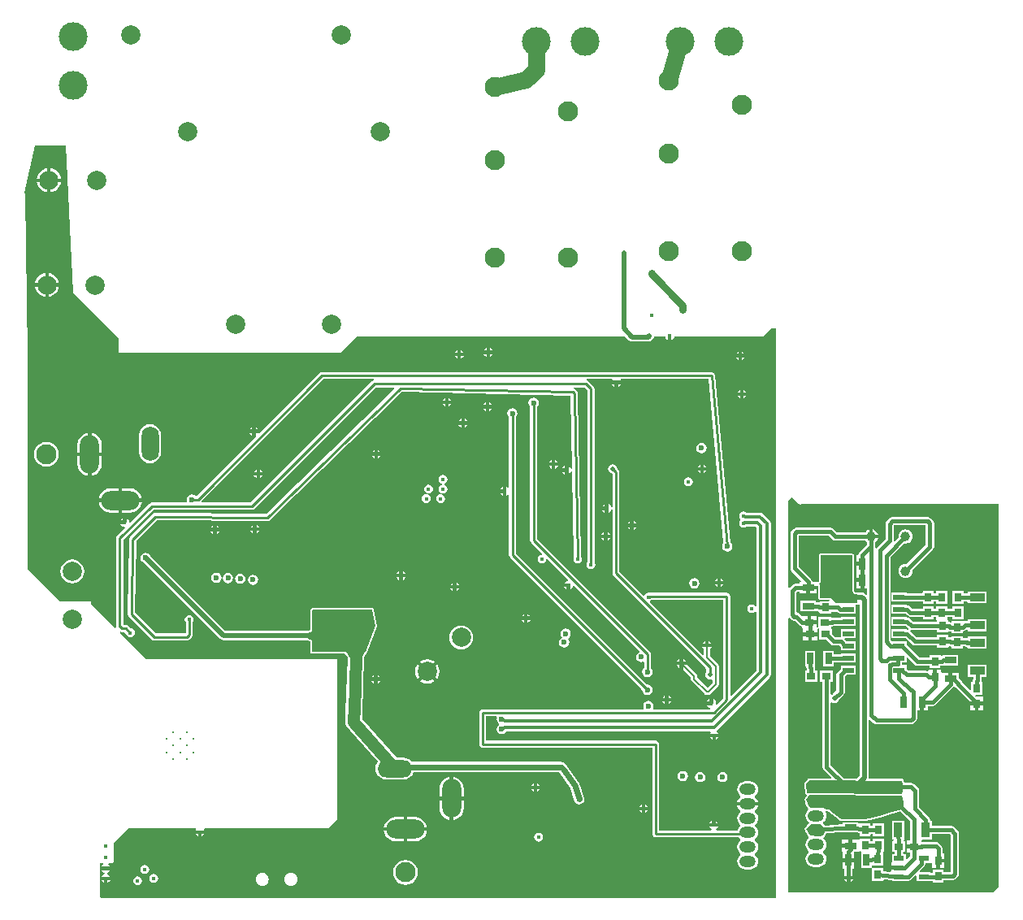
<source format=gbl>
G04*
G04 #@! TF.GenerationSoftware,Altium Limited,Altium Designer,20.0.10 (225)*
G04*
G04 Layer_Physical_Order=4*
G04 Layer_Color=16711680*
%FSLAX25Y25*%
%MOIN*%
G70*
G01*
G75*
%ADD12C,0.01000*%
%ADD88R,0.04331X0.02362*%
%ADD95C,0.08268*%
%ADD108C,0.02362*%
%ADD109C,0.01100*%
%ADD116R,0.02756X0.05118*%
%ADD122R,0.03800X0.03100*%
%ADD123R,0.03100X0.03800*%
%ADD128R,0.05118X0.02756*%
%ADD146C,0.02000*%
%ADD147C,0.07000*%
%ADD149C,0.01500*%
%ADD150C,0.00800*%
%ADD152C,0.03000*%
%ADD153C,0.01473*%
%ADD155C,0.02200*%
%ADD156C,0.07874*%
%ADD157C,0.00787*%
%ADD158C,0.03937*%
%ADD159C,0.11811*%
%ADD160O,0.06693X0.04724*%
%ADD161O,0.07874X0.15748*%
%ADD162O,0.15748X0.07874*%
%ADD163O,0.07087X0.14173*%
%ADD164O,0.14173X0.07087*%
%ADD165C,0.01772*%
%ADD166C,0.01968*%
%ADD206R,0.03543X0.06299*%
%ADD207R,0.06299X0.03543*%
%ADD208R,0.04646X0.02284*%
%ADD209C,0.05000*%
G36*
X146383Y214547D02*
X146010Y214472D01*
X145530Y214152D01*
X95758Y164380D01*
X75749D01*
X75542Y164880D01*
X125709Y215047D01*
X146334D01*
X146383Y214547D01*
D02*
G37*
G36*
X22839Y250633D02*
X41706Y231766D01*
Y226007D01*
X132863D01*
X139417Y232561D01*
X249482D01*
X251051Y230992D01*
X251679Y230572D01*
X252421Y230425D01*
X258974D01*
X259716Y230572D01*
X260344Y230992D01*
X260741Y231389D01*
X261161Y232018D01*
X261269Y232561D01*
X265829D01*
X265936Y232023D01*
X266353Y231400D01*
X266963Y230992D01*
Y232759D01*
X268463D01*
Y230992D01*
X269072Y231400D01*
X269489Y232023D01*
X269596Y232561D01*
X305844D01*
X309220Y235937D01*
X311008D01*
X311206Y235738D01*
Y2185D01*
X34755D01*
X33961Y2979D01*
Y16484D01*
X35149D01*
X35300Y15984D01*
X35026Y15800D01*
X34619Y15191D01*
X38153D01*
X37745Y15800D01*
X37471Y15984D01*
X37623Y16484D01*
X39124D01*
X39720Y17080D01*
Y24825D01*
X45678Y30783D01*
X73168D01*
X73435Y30283D01*
X73253Y30010D01*
X76787D01*
X76604Y30283D01*
X76871Y30783D01*
X127501D01*
X131275Y34556D01*
Y100293D01*
X52828D01*
X42211Y110909D01*
X42457Y111370D01*
X42847Y111293D01*
X44106D01*
X44719Y110680D01*
X44790Y110321D01*
X45185Y109730D01*
X45776Y109335D01*
X46472Y109197D01*
X47169Y109335D01*
X47760Y109730D01*
X48155Y110321D01*
X48293Y111017D01*
X48155Y111714D01*
X47760Y112305D01*
X47169Y112700D01*
X46809Y112771D01*
X45764Y113817D01*
X45284Y114137D01*
X44719Y114250D01*
X43582D01*
Y149132D01*
X55872Y161423D01*
X96370D01*
X96936Y161535D01*
X97416Y161856D01*
X147188Y211628D01*
X154814D01*
X155002Y211165D01*
X102152Y159737D01*
X57277Y160155D01*
X57270Y160154D01*
X57263Y160155D01*
X56802D01*
X56236Y160043D01*
X55757Y159722D01*
X55430Y159396D01*
X55426Y159389D01*
X55419Y159385D01*
X46409Y150183D01*
X46263Y149960D01*
X46111Y149741D01*
X46106Y149719D01*
X46094Y149700D01*
X46044Y149438D01*
X45987Y149178D01*
X45979Y148741D01*
X45408Y119613D01*
X45399Y119159D01*
X45401Y119144D01*
X45398Y119130D01*
Y118753D01*
X45434Y118572D01*
X45444Y118388D01*
X45490Y118292D01*
X45511Y118187D01*
X45614Y118034D01*
X45693Y117867D01*
X45913Y117574D01*
X45992Y117503D01*
X46051Y117415D01*
X55281Y108185D01*
X55761Y107864D01*
X56326Y107752D01*
X69510D01*
X70076Y107864D01*
X70555Y108185D01*
X71676Y109305D01*
X71997Y109785D01*
X72109Y110351D01*
Y115378D01*
X72313Y115683D01*
X72452Y116380D01*
X72313Y117076D01*
X71918Y117667D01*
X71328Y118062D01*
X70631Y118200D01*
X69934Y118062D01*
X69343Y117667D01*
X68949Y117076D01*
X68810Y116380D01*
X68949Y115683D01*
X69152Y115378D01*
Y110963D01*
X68898Y110708D01*
X56939D01*
X48359Y119289D01*
X48364Y119555D01*
X48932Y148533D01*
X57415Y157197D01*
X102733Y156775D01*
X103014Y156828D01*
X103294Y156880D01*
X103296Y156882D01*
X103299Y156882D01*
X103537Y157038D01*
X103778Y157194D01*
X157854Y209815D01*
X227139Y208275D01*
X227749Y178223D01*
X227250Y178168D01*
X227187Y178483D01*
X226771Y179107D01*
X226161Y179514D01*
Y177747D01*
Y175980D01*
X226771Y176387D01*
X227187Y177011D01*
X227266Y177404D01*
X227766Y177360D01*
X228480Y142176D01*
X228297Y141901D01*
X228158Y141205D01*
X228297Y140508D01*
X228691Y139917D01*
X229282Y139522D01*
X229979Y139384D01*
X230676Y139522D01*
X231266Y139917D01*
X231661Y140508D01*
X231800Y141205D01*
X231661Y141901D01*
X231437Y142237D01*
X230088Y208686D01*
X230079Y209140D01*
X230020Y209407D01*
X229967Y209676D01*
X229958Y209689D01*
X229955Y209703D01*
X229799Y209928D01*
X229646Y210156D01*
X229021Y210781D01*
X228795Y210932D01*
X228572Y211088D01*
X228555Y211092D01*
X228542Y211101D01*
X228406Y211128D01*
X228455Y211628D01*
X232734D01*
X233863Y210499D01*
Y140022D01*
X233659Y139717D01*
X233520Y139020D01*
X233659Y138323D01*
X234053Y137733D01*
X234644Y137338D01*
X235341Y137199D01*
X236038Y137338D01*
X236629Y137733D01*
X237023Y138323D01*
X237162Y139020D01*
X237023Y139717D01*
X236819Y140022D01*
Y211112D01*
X236707Y211678D01*
X236386Y212157D01*
X234392Y214152D01*
X233912Y214472D01*
X233539Y214547D01*
X233588Y215047D01*
X243972D01*
X244208Y214606D01*
X244100Y214444D01*
X247634D01*
X247526Y214606D01*
X247761Y215047D01*
X283524D01*
X289782Y147773D01*
X289386Y147180D01*
X289224Y146368D01*
X289386Y145556D01*
X289846Y144868D01*
X290534Y144408D01*
X291346Y144246D01*
X292158Y144408D01*
X292847Y144868D01*
X293307Y145556D01*
X293468Y146368D01*
X293307Y147180D01*
X292847Y147869D01*
X292627Y148016D01*
X286246Y216606D01*
X286185Y216811D01*
X286143Y217020D01*
X286106Y217076D01*
X286087Y217140D01*
X285953Y217306D01*
X285834Y217483D01*
X285778Y217520D01*
X285736Y217572D01*
X285548Y217674D01*
X285371Y217793D01*
X285305Y217806D01*
X285246Y217838D01*
X285034Y217860D01*
X284825Y217901D01*
X125118D01*
X125118Y217901D01*
X124572Y217793D01*
X124109Y217483D01*
X99323Y192697D01*
X99175Y192766D01*
X99036Y192885D01*
X97865D01*
Y191714D01*
X97984Y191575D01*
X98053Y191428D01*
X73710Y167085D01*
X73208Y167114D01*
X73195Y167133D01*
X72507Y167593D01*
X71695Y167754D01*
X70883Y167593D01*
X70194Y167133D01*
X69734Y166444D01*
X69573Y165632D01*
X69722Y164880D01*
X69674Y164708D01*
X69499Y164380D01*
X55260D01*
X54694Y164267D01*
X54215Y163947D01*
X46462Y156194D01*
X45987Y156426D01*
X45866Y157034D01*
X45449Y157658D01*
X44839Y158065D01*
Y156298D01*
X44089D01*
Y155548D01*
X42322D01*
X42730Y154939D01*
X43353Y154522D01*
X43962Y154401D01*
X44193Y153925D01*
X41058Y150790D01*
X40737Y150310D01*
X40625Y149744D01*
Y113599D01*
X40630Y113576D01*
X40227Y113035D01*
X40097Y113023D01*
X30386Y122735D01*
Y123728D01*
X17477D01*
X4171Y137034D01*
Y225610D01*
X3178Y290949D01*
X2979Y291545D01*
X7348Y310809D01*
X19860D01*
X22839Y250633D01*
D02*
G37*
G36*
X318199Y166334D02*
X318218Y166315D01*
X320583Y163950D01*
X320795Y163738D01*
X321192Y163556D01*
X321215Y163534D01*
X321630Y163738D01*
X402749D01*
Y6963D01*
X400371Y4585D01*
X316469D01*
Y116836D01*
X316969Y117043D01*
X317515Y116496D01*
X318061Y116132D01*
X318705Y116004D01*
X318989D01*
X320863Y114130D01*
X321409Y113765D01*
X322053Y113637D01*
Y112770D01*
X322446D01*
Y111148D01*
X325346D01*
X328246D01*
Y112465D01*
X328272Y112517D01*
X328771Y112833D01*
X328988Y112778D01*
X329046Y112648D01*
X329046Y112570D01*
Y108148D01*
X331867D01*
X333761Y106254D01*
X333761Y106254D01*
X334307Y105890D01*
X334951Y105762D01*
X334951Y105762D01*
X337132D01*
X337836Y105058D01*
Y103753D01*
X343881D01*
Y107437D01*
X340215D01*
X339398Y108253D01*
X339605Y108753D01*
X343881D01*
Y112437D01*
X337836D01*
Y109132D01*
X337829Y109126D01*
X335648D01*
X334246Y110528D01*
Y112648D01*
X334043D01*
X333853Y113070D01*
X333853Y113137D01*
X333879Y113637D01*
X334153D01*
X334797Y113765D01*
X335017Y113913D01*
X337836D01*
Y113753D01*
X343881D01*
Y117437D01*
X337836D01*
Y117278D01*
X334428D01*
X334239Y117240D01*
X333853Y117557D01*
Y117570D01*
X328653D01*
Y113517D01*
X328640Y113370D01*
X328166Y113067D01*
X328160Y113069D01*
X327998Y113164D01*
X327853Y113262D01*
Y114570D01*
X324953D01*
Y115320D01*
X324203D01*
Y117870D01*
X322053D01*
X322053Y117870D01*
Y117870D01*
X321652Y118100D01*
X320876Y118876D01*
X320330Y119240D01*
X319693Y119367D01*
Y127447D01*
X320018Y127772D01*
X320953D01*
Y127076D01*
X323762D01*
Y129454D01*
X324512D01*
Y130204D01*
X328375D01*
X328572Y130303D01*
X328615Y130270D01*
Y125332D01*
X328670Y125059D01*
X328824Y124827D01*
X329056Y124673D01*
X329329Y124618D01*
X333274D01*
X333371Y124472D01*
X333104Y123972D01*
X329412D01*
Y123911D01*
X328912Y123576D01*
X328511Y123656D01*
X327771D01*
Y124052D01*
X321253D01*
Y119896D01*
X327771D01*
X327771Y119896D01*
Y119896D01*
X328272Y119949D01*
X328468Y119818D01*
X329112Y119690D01*
X329412Y119335D01*
Y118772D01*
X333912D01*
Y119690D01*
X336062D01*
X336346Y119406D01*
X336346Y119406D01*
X336892Y119041D01*
X337536Y118913D01*
X337836D01*
Y118753D01*
X343881D01*
Y122426D01*
X344519D01*
X344792Y122481D01*
X345024Y122635D01*
X345065Y122676D01*
X345099Y122676D01*
X345565Y122521D01*
Y52266D01*
X344462Y51163D01*
X339239Y51187D01*
X333756Y56671D01*
Y82199D01*
X334256Y82466D01*
X334497Y82305D01*
X335232Y82159D01*
X335967Y82305D01*
X336591Y82722D01*
X337007Y83345D01*
X337039Y83508D01*
X339018Y85487D01*
X339383Y86033D01*
X339511Y86677D01*
Y93050D01*
X340215Y93753D01*
X343881D01*
Y97437D01*
X337836D01*
Y96133D01*
X336639Y94936D01*
X336274Y94390D01*
X336146Y93746D01*
Y87374D01*
X334660Y85887D01*
X334497Y85855D01*
X334256Y85694D01*
X333756Y85962D01*
Y90916D01*
X334674D01*
Y95416D01*
X329474D01*
Y90916D01*
X330392D01*
Y55974D01*
X330520Y55330D01*
X330884Y54784D01*
X333994Y51675D01*
X333802Y51213D01*
X324968Y51255D01*
X324915Y51244D01*
X324861Y51247D01*
X324780Y51218D01*
X324695Y51202D01*
X324650Y51172D01*
X324599Y51154D01*
X324535Y51096D01*
X324463Y51048D01*
X324432Y51003D01*
X324392Y50967D01*
X323093Y49221D01*
X323038Y49104D01*
X322979Y48988D01*
X322978Y48978D01*
X322974Y48970D01*
X322967Y48840D01*
X322957Y48710D01*
X323374Y45240D01*
X323403Y45151D01*
X323420Y45059D01*
X323446Y45019D01*
X323460Y44975D01*
X323521Y44904D01*
X323572Y44825D01*
X323611Y44799D01*
X323641Y44764D01*
X323725Y44721D01*
X323761Y44696D01*
X323828Y44619D01*
X323900Y44481D01*
X323936Y44355D01*
X323962Y44193D01*
X323959Y44124D01*
X323176Y43072D01*
X323139Y42994D01*
X323091Y42923D01*
X323080Y42870D01*
X323057Y42821D01*
X323053Y42734D01*
X323035Y42650D01*
X323045Y42597D01*
X323043Y42542D01*
X323072Y42461D01*
X323088Y42377D01*
X323312Y41827D01*
X323421Y41001D01*
X323760Y40183D01*
X324235Y39563D01*
X324420Y39110D01*
X324491Y39003D01*
X324558Y38894D01*
X324549Y38758D01*
X324480Y38424D01*
X324446Y38358D01*
X324370Y38300D01*
X323847Y37618D01*
X323518Y36825D01*
X323406Y35973D01*
X323518Y35122D01*
X323847Y34328D01*
X324370Y33647D01*
X324723Y33375D01*
X324822Y32898D01*
X324789Y32716D01*
X324370Y32394D01*
X323847Y31713D01*
X323776Y31541D01*
X323256Y30949D01*
X323253Y30944D01*
X323248Y30939D01*
X323183Y30823D01*
X323116Y30708D01*
X323116Y30702D01*
X323112Y30696D01*
X323097Y30564D01*
X323080Y30432D01*
X323081Y30426D01*
X323081Y30419D01*
X323117Y30292D01*
X323151Y30163D01*
X323155Y30158D01*
X323157Y30152D01*
X323477Y29530D01*
X323518Y29216D01*
X323847Y28422D01*
X324370Y27741D01*
X324414Y27707D01*
X324528Y27486D01*
X324577Y27425D01*
X324614Y27356D01*
X324646Y27330D01*
X324663Y27313D01*
X324711Y27131D01*
X324724Y26928D01*
X324711Y26841D01*
X324671Y26727D01*
X324666Y26716D01*
X324370Y26489D01*
X323847Y25807D01*
X323518Y25014D01*
X323406Y24162D01*
X323518Y23311D01*
X323847Y22517D01*
X324370Y21836D01*
X324789Y21514D01*
Y20905D01*
X324370Y20583D01*
X323847Y19902D01*
X323518Y19108D01*
X323406Y18257D01*
X323518Y17405D01*
X323847Y16611D01*
X324370Y15930D01*
X325051Y15407D01*
X325845Y15078D01*
X326697Y14966D01*
X328665D01*
X329517Y15078D01*
X330310Y15407D01*
X330992Y15930D01*
X331515Y16611D01*
X331843Y17405D01*
X331956Y18257D01*
X331843Y19108D01*
X331515Y19902D01*
X330992Y20583D01*
X330573Y20905D01*
Y21514D01*
X330992Y21836D01*
X331515Y22517D01*
X331843Y23311D01*
X331956Y24162D01*
X331843Y25014D01*
X331515Y25807D01*
X330992Y26489D01*
X330782Y26649D01*
X330925Y27068D01*
X330970Y27136D01*
X331008Y27142D01*
X331075Y27183D01*
X331148Y27211D01*
X331192Y27255D01*
X331246Y27287D01*
X331292Y27350D01*
X331348Y27405D01*
X331373Y27462D01*
X331410Y27512D01*
X331962Y28706D01*
X338440Y29198D01*
X338583Y29065D01*
Y29065D01*
X344479D01*
X345636Y28899D01*
Y27676D01*
X350136D01*
Y28218D01*
X350491Y28569D01*
X350988Y28562D01*
Y27630D01*
X355488D01*
Y32830D01*
X350988D01*
Y32288D01*
X350633Y31937D01*
X350136Y31944D01*
Y32876D01*
X345636D01*
Y32876D01*
X345136Y32862D01*
X345101Y32878D01*
Y33221D01*
X338583D01*
Y32583D01*
X331273Y32028D01*
X330992Y32394D01*
X330615Y32683D01*
X330585Y32719D01*
X330649Y33383D01*
X330650Y33384D01*
X330992Y33647D01*
X331515Y34328D01*
X331843Y35122D01*
X331956Y35973D01*
X331843Y36825D01*
X331530Y37582D01*
X331589Y37717D01*
X331826Y38034D01*
X332256Y37950D01*
X332263Y37950D01*
X332269Y37947D01*
X332567Y37895D01*
X333086Y37485D01*
X333090Y37484D01*
X333092Y37481D01*
X334423Y36452D01*
X334426Y36450D01*
X334429Y36447D01*
X335770Y35430D01*
X335773Y35429D01*
X335775Y35426D01*
X337126Y34423D01*
X337129Y34421D01*
X337132Y34418D01*
X337812Y33923D01*
X337882Y33890D01*
X337946Y33846D01*
X338008Y33833D01*
X338065Y33806D01*
X338142Y33803D01*
X338218Y33786D01*
X339405Y33764D01*
X339409Y33764D01*
X339412Y33763D01*
X341786Y33740D01*
X341790Y33741D01*
X341793Y33740D01*
X344168Y33740D01*
X344171Y33741D01*
X344175Y33741D01*
X346549Y33763D01*
X346552Y33764D01*
X346556Y33764D01*
X347743Y33786D01*
X347788Y33796D01*
X347834Y33794D01*
X347863Y33804D01*
X347893Y33805D01*
X349889Y34277D01*
X349895Y34280D01*
X349902Y34280D01*
X353875Y35300D01*
X353881Y35304D01*
X353888Y35304D01*
X357840Y36400D01*
X357846Y36404D01*
X357853Y36404D01*
X361783Y37577D01*
X361789Y37580D01*
X361796Y37581D01*
X362276Y37734D01*
X366301Y33709D01*
Y25888D01*
X365083D01*
Y24088D01*
X367983D01*
Y22588D01*
X365083D01*
Y20788D01*
X366301D01*
Y19387D01*
X365011Y18097D01*
X364549Y18288D01*
Y20298D01*
X363519D01*
X363446Y20701D01*
X363792Y21088D01*
X364283D01*
Y25588D01*
X363685D01*
X363627Y25724D01*
X363858Y26224D01*
X363858D01*
Y33924D01*
X358915D01*
Y26224D01*
X359455D01*
X359513Y26088D01*
X359183Y25588D01*
X359083D01*
Y21088D01*
X359848D01*
X359920Y20685D01*
X359575Y20298D01*
X358818D01*
Y16858D01*
X358518D01*
Y15427D01*
X361683D01*
Y13927D01*
X358518D01*
Y13320D01*
X358147Y12985D01*
X355220Y13281D01*
Y14417D01*
X351113Y14417D01*
X351058Y14417D01*
X351027Y14418D01*
X350706Y14454D01*
X350562Y14843D01*
X350559Y14896D01*
X350559Y14938D01*
Y15084D01*
X350720Y15517D01*
X355220D01*
Y20717D01*
X355220D01*
X355194Y21217D01*
X355242Y21330D01*
X355488D01*
Y26530D01*
X350988D01*
Y25988D01*
X350633Y25637D01*
X350136Y25644D01*
Y26576D01*
X345636D01*
Y26443D01*
X345401Y26041D01*
X345136Y26041D01*
X342592D01*
Y23663D01*
X341842D01*
Y22913D01*
X338283D01*
Y21285D01*
X338623D01*
Y18480D01*
X341001D01*
X343379D01*
Y21285D01*
X345174D01*
X345401Y21285D01*
X345863Y21376D01*
X346130D01*
X346403Y20989D01*
Y14471D01*
X350167Y14471D01*
X350221Y14471D01*
X350252Y14470D01*
X350573Y14434D01*
X350717Y14045D01*
X350720Y13992D01*
X350720Y13950D01*
Y9217D01*
X355220D01*
Y9526D01*
X355591Y9861D01*
X358818Y9535D01*
Y9056D01*
X364549D01*
Y9255D01*
X365602D01*
X366246Y9382D01*
X366791Y9747D01*
X368592Y11548D01*
X369054Y11357D01*
Y9056D01*
X374785D01*
Y9255D01*
X375566D01*
Y8671D01*
X380066D01*
Y9589D01*
X383878D01*
X384522Y9717D01*
X385068Y10081D01*
X385947Y10960D01*
X386311Y11506D01*
X386439Y12150D01*
Y28672D01*
X386439Y28672D01*
X386311Y29316D01*
X385947Y29862D01*
X384545Y31264D01*
X383999Y31628D01*
X383355Y31756D01*
X375275D01*
Y33924D01*
X374486D01*
Y34224D01*
X374358Y34867D01*
X373993Y35413D01*
X369993Y39413D01*
Y46242D01*
X369865Y46886D01*
X369501Y47432D01*
X367958Y48974D01*
X367413Y49338D01*
X366769Y49466D01*
X363952D01*
X363670Y50543D01*
X363650Y50586D01*
X363641Y50632D01*
X363589Y50710D01*
X363549Y50793D01*
X363513Y50825D01*
X363487Y50864D01*
X363410Y50916D01*
X363340Y50978D01*
X363296Y50994D01*
X363256Y51020D01*
X363165Y51039D01*
X363077Y51069D01*
X363030Y51066D01*
X362983Y51076D01*
X349705Y51138D01*
X349439Y51464D01*
Y75117D01*
X349901Y75308D01*
X351350Y73859D01*
X351350Y73859D01*
X351896Y73495D01*
X352540Y73367D01*
X366683D01*
X367327Y73495D01*
X367873Y73859D01*
X368752Y74738D01*
X369116Y75284D01*
X369244Y75928D01*
Y79071D01*
X370436D01*
Y82630D01*
X371936D01*
Y79071D01*
X373564D01*
Y80948D01*
X375547D01*
X376191Y81076D01*
X376736Y81440D01*
X384017Y88721D01*
X384017Y88721D01*
X384142Y88908D01*
X384743D01*
X384904Y88668D01*
X390841Y82731D01*
X393620D01*
X396170D01*
Y84881D01*
X393449D01*
X393111Y85219D01*
X393302Y85681D01*
X395870D01*
Y90881D01*
X395827D01*
X395510Y91268D01*
X395540Y91419D01*
Y93022D01*
X397708D01*
Y97965D01*
X390008D01*
Y93022D01*
X392176D01*
Y91989D01*
X392066Y91825D01*
X391938Y91181D01*
Y90881D01*
X391370D01*
Y87613D01*
X390908Y87422D01*
X387688Y90642D01*
X387648Y90847D01*
X387283Y91393D01*
X386386Y92289D01*
Y94666D01*
X383577D01*
Y92288D01*
X382077D01*
Y94666D01*
X379268D01*
X379078Y95087D01*
Y95778D01*
X377278D01*
Y92878D01*
X375778D01*
Y95778D01*
X373978D01*
Y95706D01*
X373478Y95355D01*
X373110Y95429D01*
X365530D01*
X365126Y95833D01*
Y97737D01*
X363199D01*
X362881Y98123D01*
X362894Y98187D01*
Y98753D01*
X364826D01*
Y100721D01*
X365288Y100912D01*
X368212Y97989D01*
X368212Y97989D01*
X368758Y97624D01*
X369402Y97496D01*
X369402Y97496D01*
X374278D01*
Y96578D01*
X378778D01*
Y97496D01*
X379381D01*
X380025Y97624D01*
X380124Y97690D01*
X386086D01*
Y101846D01*
X379568D01*
Y101664D01*
X379254Y101499D01*
X378778Y101775D01*
Y101778D01*
X374278D01*
Y100861D01*
X370098D01*
X364826Y106133D01*
Y107437D01*
X359018D01*
X358653Y107802D01*
X358483Y107916D01*
X358210Y108188D01*
Y141883D01*
X364028Y147701D01*
X364482Y147641D01*
X365231Y147740D01*
X365929Y148029D01*
X366528Y148488D01*
X366988Y149088D01*
X367277Y149785D01*
X367375Y150534D01*
X367277Y151283D01*
X366988Y151981D01*
X366528Y152580D01*
X365929Y153040D01*
X365231Y153329D01*
X364482Y153428D01*
X363733Y153329D01*
X363036Y153040D01*
X362436Y152580D01*
X361977Y151981D01*
X361688Y151283D01*
X361589Y150534D01*
X361649Y150080D01*
X359967Y148398D01*
X359506Y148645D01*
X359525Y148740D01*
X359525Y148740D01*
Y154949D01*
X359658Y155082D01*
X372799D01*
Y147057D01*
X364936Y139195D01*
X364482Y139254D01*
X363733Y139156D01*
X363036Y138867D01*
X362436Y138407D01*
X361977Y137808D01*
X361688Y137110D01*
X361589Y136361D01*
X361688Y135612D01*
X361977Y134915D01*
X362436Y134315D01*
X363036Y133855D01*
X363733Y133566D01*
X364482Y133468D01*
X365231Y133566D01*
X365929Y133855D01*
X366528Y134315D01*
X366988Y134915D01*
X367277Y135612D01*
X367375Y136361D01*
X367316Y136815D01*
X375671Y145170D01*
X375671Y145170D01*
X376035Y145716D01*
X376163Y146360D01*
X376163Y146360D01*
Y155885D01*
X376035Y156529D01*
X375671Y157075D01*
X374792Y157954D01*
X374246Y158318D01*
X373602Y158446D01*
X358961D01*
X358317Y158318D01*
X357771Y157954D01*
X356653Y156836D01*
X356289Y156290D01*
X356161Y155646D01*
Y149437D01*
X352671Y145948D01*
X352491Y145678D01*
X351991Y145830D01*
Y146400D01*
X351991Y146400D01*
X351991Y146400D01*
Y148083D01*
X352426Y148417D01*
X352902Y149037D01*
X353201Y149759D01*
X353204Y149784D01*
X350309D01*
Y150534D01*
X349559D01*
Y153430D01*
X349534Y153426D01*
X348812Y153127D01*
X348192Y152651D01*
X347858Y152217D01*
X336342D01*
X334904Y153655D01*
X334359Y154019D01*
X333715Y154147D01*
X319711D01*
X319067Y154019D01*
X318521Y153655D01*
X317642Y152776D01*
X317278Y152230D01*
X317150Y151586D01*
Y137512D01*
X317278Y136869D01*
X317642Y136323D01*
X321671Y132294D01*
X321480Y131832D01*
X320953D01*
Y131136D01*
X319321D01*
X319321Y131136D01*
X318677Y131008D01*
X318131Y130644D01*
X316969Y129481D01*
X316469Y129688D01*
Y165274D01*
X317811Y166616D01*
X318199Y166334D01*
D02*
G37*
G36*
X334456Y149345D02*
X334456Y149345D01*
X335002Y148980D01*
X335646Y148852D01*
X335646Y148852D01*
X347858D01*
X348192Y148417D01*
X348627Y148083D01*
Y147097D01*
X345614Y144084D01*
X345249Y143538D01*
X345121Y142894D01*
X344426D01*
Y140085D01*
X346803D01*
Y138585D01*
X344426D01*
Y135776D01*
Y133392D01*
X346803D01*
Y132642D01*
X347553D01*
Y129083D01*
X348627D01*
Y126880D01*
X348165Y126689D01*
X347889Y126965D01*
X347260Y127385D01*
X346519Y127532D01*
X344889D01*
X344792Y127597D01*
X344519Y127652D01*
X343624D01*
X343210Y128398D01*
Y128956D01*
Y142762D01*
X343155Y143035D01*
X343001Y143267D01*
X342769Y143421D01*
X342496Y143476D01*
X338649D01*
X338512Y143567D01*
X338512Y143567D01*
X338512Y143567D01*
X338394Y143591D01*
X338239Y143622D01*
X338239Y143622D01*
X338239Y143622D01*
X329718Y143621D01*
X329573Y143592D01*
X329445Y143566D01*
X329445Y143566D01*
X329445Y143566D01*
X329320Y143483D01*
X329213Y143412D01*
X329213Y143412D01*
X329213Y143412D01*
X329142Y143305D01*
X329059Y143180D01*
X329059Y143180D01*
X329059Y143180D01*
X329033Y143052D01*
X329004Y142907D01*
Y132200D01*
X328580Y131776D01*
X328572Y131762D01*
X328071Y131832D01*
Y131832D01*
X326195D01*
X326067Y132476D01*
X325702Y133021D01*
X320514Y138209D01*
Y150783D01*
X333018D01*
X334456Y149345D01*
D02*
G37*
G36*
X338385Y142762D02*
X342496D01*
Y128956D01*
Y128213D01*
X343204Y126938D01*
X344519D01*
Y123238D01*
X344568Y123189D01*
X344519Y123140D01*
X336096D01*
X333904Y125332D01*
X329329D01*
Y131027D01*
X329085Y131271D01*
X329718Y131904D01*
Y142907D01*
X338239Y142908D01*
X338385Y142762D01*
D02*
G37*
G36*
X362980Y50362D02*
X363696Y47630D01*
X362826Y44923D01*
X324082Y45325D01*
X323666Y48795D01*
X324965Y50541D01*
X362980Y50362D01*
D02*
G37*
G36*
X363063Y44213D02*
X363779Y41481D01*
X363533Y38885D01*
X363533D01*
X361579Y38261D01*
X357649Y37088D01*
X353697Y35992D01*
X349725Y34972D01*
X347729Y34500D01*
X347729Y34500D01*
X346542Y34477D01*
X344168Y34454D01*
X341793Y34454D01*
X339419Y34477D01*
X338232Y34500D01*
X337552Y34995D01*
X336201Y35999D01*
X334860Y37016D01*
X333529Y38046D01*
X332868Y38567D01*
X332868Y38567D01*
X332392Y38650D01*
X331445Y38835D01*
X330501Y39038D01*
X329561Y39259D01*
X329093Y39379D01*
X328592Y39360D01*
X327589Y39340D01*
X326586Y39340D01*
X325583Y39360D01*
X325081Y39379D01*
X323749Y42646D01*
X325048Y44392D01*
X363063Y44213D01*
D02*
G37*
G36*
X329772Y32573D02*
X331295Y30783D01*
X331714Y29869D01*
X330762Y27812D01*
X328857Y27469D01*
X325163Y27812D01*
X323792Y30478D01*
X325734Y32687D01*
X329772Y32573D01*
D02*
G37*
G36*
X383075Y27975D02*
Y12953D01*
X380066D01*
Y13871D01*
X375566D01*
Y12619D01*
X374785D01*
Y12818D01*
X370515D01*
X370324Y13280D01*
X372091Y15046D01*
X372091Y15046D01*
X372455Y15592D01*
X372583Y16236D01*
Y16536D01*
X374785D01*
Y16536D01*
X375266Y16490D01*
Y14671D01*
X377066D01*
Y17571D01*
X377816D01*
Y18321D01*
X380366D01*
Y20471D01*
X379498D01*
Y22697D01*
X379370Y23341D01*
X379006Y23887D01*
X378127Y24766D01*
X377581Y25130D01*
X376937Y25258D01*
X371302D01*
X371065Y25485D01*
X371066Y25999D01*
X371295Y26224D01*
X375275D01*
Y28392D01*
X382658D01*
X383075Y27975D01*
D02*
G37*
%LPC*%
G36*
X99653Y177925D02*
Y176908D01*
X100670D01*
X100262Y177518D01*
X99653Y177925D01*
D02*
G37*
G36*
X98153D02*
X97543Y177518D01*
X97136Y176908D01*
X98153D01*
Y177925D01*
D02*
G37*
G36*
X100670Y175408D02*
X99653D01*
Y174391D01*
X100262Y174799D01*
X100670Y175408D01*
D02*
G37*
G36*
X98153D02*
X97136D01*
X97543Y174799D01*
X98153Y174391D01*
Y175408D01*
D02*
G37*
G36*
X13776Y301484D02*
Y297353D01*
X17907D01*
X17836Y297892D01*
X17339Y299093D01*
X16547Y300124D01*
X15516Y300916D01*
X14315Y301413D01*
X13776Y301484D01*
D02*
G37*
G36*
X12276D02*
X11738Y301413D01*
X10537Y300916D01*
X9505Y300124D01*
X8714Y299093D01*
X8216Y297892D01*
X8145Y297353D01*
X12276D01*
Y301484D01*
D02*
G37*
G36*
X17907Y295853D02*
X13776D01*
Y291722D01*
X14315Y291793D01*
X15516Y292291D01*
X16547Y293082D01*
X17339Y294113D01*
X17836Y295314D01*
X17907Y295853D01*
D02*
G37*
G36*
X12276D02*
X8145D01*
X8216Y295314D01*
X8714Y294113D01*
X9505Y293082D01*
X10537Y292291D01*
X11738Y291793D01*
X12276Y291722D01*
Y295853D01*
D02*
G37*
G36*
X12989Y258571D02*
Y254440D01*
X17120D01*
X17049Y254978D01*
X16551Y256179D01*
X15760Y257211D01*
X14729Y258002D01*
X13528Y258500D01*
X12989Y258571D01*
D02*
G37*
G36*
X11489D02*
X10950Y258500D01*
X9749Y258002D01*
X8718Y257211D01*
X7926Y256179D01*
X7429Y254978D01*
X7358Y254440D01*
X11489D01*
Y258571D01*
D02*
G37*
G36*
X17120Y252940D02*
X12989D01*
Y248809D01*
X13528Y248880D01*
X14729Y249377D01*
X15760Y250168D01*
X16551Y251200D01*
X17049Y252401D01*
X17120Y252940D01*
D02*
G37*
G36*
X11489D02*
X7358D01*
X7429Y252401D01*
X7926Y251200D01*
X8718Y250168D01*
X9749Y249377D01*
X10950Y248880D01*
X11489Y248809D01*
Y252940D01*
D02*
G37*
G36*
X193988Y227774D02*
Y226757D01*
X195005D01*
X194597Y227366D01*
X193988Y227774D01*
D02*
G37*
G36*
X192488D02*
X191878Y227366D01*
X191471Y226757D01*
X192488D01*
Y227774D01*
D02*
G37*
G36*
X182148Y226983D02*
Y225967D01*
X183165D01*
X182757Y226576D01*
X182148Y226983D01*
D02*
G37*
G36*
X180648D02*
X180038Y226576D01*
X179631Y225967D01*
X180648D01*
Y226983D01*
D02*
G37*
G36*
X297458Y226383D02*
Y225367D01*
X298475D01*
X298068Y225976D01*
X297458Y226383D01*
D02*
G37*
G36*
X295958D02*
X295349Y225976D01*
X294941Y225367D01*
X295958D01*
Y226383D01*
D02*
G37*
G36*
X195005Y225257D02*
X193988D01*
Y224240D01*
X194597Y224647D01*
X195005Y225257D01*
D02*
G37*
G36*
X192488D02*
X191471D01*
X191878Y224647D01*
X192488Y224240D01*
Y225257D01*
D02*
G37*
G36*
X183165Y224466D02*
X182148D01*
Y223450D01*
X182757Y223857D01*
X183165Y224466D01*
D02*
G37*
G36*
X180648D02*
X179631D01*
X180038Y223857D01*
X180648Y223450D01*
Y224466D01*
D02*
G37*
G36*
X298475Y223867D02*
X297458D01*
Y222850D01*
X298068Y223257D01*
X298475Y223867D01*
D02*
G37*
G36*
X295958D02*
X294941D01*
X295349Y223257D01*
X295958Y222850D01*
Y223867D01*
D02*
G37*
G36*
X247634Y212944D02*
X246617D01*
Y211927D01*
X247226Y212334D01*
X247634Y212944D01*
D02*
G37*
G36*
X245117D02*
X244100D01*
X244507Y212334D01*
X245117Y211927D01*
Y212944D01*
D02*
G37*
G36*
X298054Y210694D02*
Y209677D01*
X299071D01*
X298664Y210287D01*
X298054Y210694D01*
D02*
G37*
G36*
X296554D02*
X295945Y210287D01*
X295537Y209677D01*
X296554D01*
Y210694D01*
D02*
G37*
G36*
X299071Y208177D02*
X298054D01*
Y207160D01*
X298664Y207568D01*
X299071Y208177D01*
D02*
G37*
G36*
X296554D02*
X295537D01*
X295945Y207568D01*
X296554Y207160D01*
Y208177D01*
D02*
G37*
G36*
X177107Y207318D02*
Y206301D01*
X178124D01*
X177716Y206911D01*
X177107Y207318D01*
D02*
G37*
G36*
X175607D02*
X174997Y206911D01*
X174590Y206301D01*
X175607D01*
Y207318D01*
D02*
G37*
G36*
X193789Y205531D02*
Y204514D01*
X194806D01*
X194399Y205123D01*
X193789Y205531D01*
D02*
G37*
G36*
X192289D02*
X191680Y205123D01*
X191272Y204514D01*
X192289D01*
Y205531D01*
D02*
G37*
G36*
X178124Y204801D02*
X177107D01*
Y203784D01*
X177716Y204191D01*
X178124Y204801D01*
D02*
G37*
G36*
X175607D02*
X174590D01*
X174997Y204191D01*
X175607Y203784D01*
Y204801D01*
D02*
G37*
G36*
X194806Y203014D02*
X193789D01*
Y201997D01*
X194399Y202404D01*
X194806Y203014D01*
D02*
G37*
G36*
X192289D02*
X191272D01*
X191680Y202404D01*
X192289Y201997D01*
Y203014D01*
D02*
G37*
G36*
X183661Y198778D02*
Y197761D01*
X184678D01*
X184270Y198371D01*
X183661Y198778D01*
D02*
G37*
G36*
X182161D02*
X181551Y198371D01*
X181144Y197761D01*
X182161D01*
Y198778D01*
D02*
G37*
G36*
X184678Y196261D02*
X183661D01*
Y195244D01*
X184270Y195652D01*
X184678Y196261D01*
D02*
G37*
G36*
X182161D02*
X181144D01*
X181551Y195652D01*
X182161Y195244D01*
Y196261D01*
D02*
G37*
G36*
X97865Y195402D02*
Y194385D01*
X98882D01*
X98475Y194995D01*
X97865Y195402D01*
D02*
G37*
G36*
X96365D02*
X95756Y194995D01*
X95349Y194385D01*
X96365D01*
Y195402D01*
D02*
G37*
G36*
Y192885D02*
X95349D01*
X95756Y192275D01*
X96365Y191868D01*
Y192885D01*
D02*
G37*
G36*
X148111Y186068D02*
Y185051D01*
X149128D01*
X148721Y185660D01*
X148111Y186068D01*
D02*
G37*
G36*
X146611D02*
X146002Y185660D01*
X145594Y185051D01*
X146611D01*
Y186068D01*
D02*
G37*
G36*
X30509Y193019D02*
Y184951D01*
X34738D01*
Y188138D01*
X34569Y189427D01*
X34071Y190628D01*
X33280Y191660D01*
X32248Y192451D01*
X31047Y192948D01*
X30509Y193019D01*
D02*
G37*
G36*
X29009D02*
X28470Y192948D01*
X27269Y192451D01*
X26237Y191660D01*
X25446Y190628D01*
X24949Y189427D01*
X24779Y188138D01*
Y184951D01*
X29009D01*
Y193019D01*
D02*
G37*
G36*
X280750Y188935D02*
X279938Y188773D01*
X279250Y188313D01*
X278790Y187625D01*
X278628Y186813D01*
X278790Y186001D01*
X279250Y185312D01*
X279938Y184852D01*
X280750Y184691D01*
X281562Y184852D01*
X282251Y185312D01*
X282711Y186001D01*
X282872Y186813D01*
X282711Y187625D01*
X282251Y188313D01*
X281562Y188773D01*
X280750Y188935D01*
D02*
G37*
G36*
X149128Y183551D02*
X148111D01*
Y182534D01*
X148721Y182941D01*
X149128Y183551D01*
D02*
G37*
G36*
X146611D02*
X145594D01*
X146002Y182941D01*
X146611Y182534D01*
Y183551D01*
D02*
G37*
G36*
X220799Y181897D02*
Y180880D01*
X221816D01*
X221408Y181490D01*
X220799Y181897D01*
D02*
G37*
G36*
X219299D02*
X218689Y181490D01*
X218282Y180880D01*
X219299D01*
Y181897D01*
D02*
G37*
G36*
X54562Y196557D02*
X53402Y196404D01*
X52321Y195957D01*
X51393Y195245D01*
X50681Y194316D01*
X50233Y193235D01*
X50080Y192076D01*
Y184989D01*
X50233Y183829D01*
X50681Y182748D01*
X51393Y181820D01*
X52321Y181108D01*
X53402Y180660D01*
X54562Y180507D01*
X55722Y180660D01*
X56803Y181108D01*
X57731Y181820D01*
X58443Y182748D01*
X58891Y183829D01*
X59043Y184989D01*
Y192076D01*
X58891Y193235D01*
X58443Y194316D01*
X57731Y195245D01*
X56803Y195957D01*
X55722Y196404D01*
X54562Y196557D01*
D02*
G37*
G36*
X12042Y189279D02*
X10728Y189106D01*
X9504Y188599D01*
X8452Y187792D01*
X7645Y186740D01*
X7138Y185516D01*
X6965Y184201D01*
X7138Y182887D01*
X7645Y181663D01*
X8452Y180611D01*
X9504Y179804D01*
X10728Y179297D01*
X12042Y179124D01*
X13356Y179297D01*
X14581Y179804D01*
X15632Y180611D01*
X16439Y181663D01*
X16946Y182887D01*
X17119Y184201D01*
X16946Y185516D01*
X16439Y186740D01*
X15632Y187792D01*
X14581Y188599D01*
X13356Y189106D01*
X12042Y189279D01*
D02*
G37*
G36*
X281769Y179911D02*
Y178894D01*
X282786D01*
X282379Y179504D01*
X281769Y179911D01*
D02*
G37*
G36*
X280269D02*
X279659Y179504D01*
X279252Y178894D01*
X280269D01*
Y179911D01*
D02*
G37*
G36*
X224661Y179514D02*
X224051Y179107D01*
X223644Y178497D01*
X224661D01*
Y179514D01*
D02*
G37*
G36*
X221816Y179380D02*
X220799D01*
Y178363D01*
X221408Y178771D01*
X221816Y179380D01*
D02*
G37*
G36*
X219299D02*
X218282D01*
X218689Y178771D01*
X219299Y178363D01*
Y179380D01*
D02*
G37*
G36*
X282786Y177394D02*
X281769D01*
Y176377D01*
X282379Y176785D01*
X282786Y177394D01*
D02*
G37*
G36*
X280269D02*
X279252D01*
X279659Y176785D01*
X280269Y176377D01*
Y177394D01*
D02*
G37*
G36*
X224661Y176997D02*
X223644D01*
X224051Y176387D01*
X224661Y175980D01*
Y176997D01*
D02*
G37*
G36*
X34738Y183451D02*
X30509D01*
Y175384D01*
X31047Y175454D01*
X32248Y175952D01*
X33280Y176743D01*
X34071Y177775D01*
X34569Y178976D01*
X34738Y180264D01*
Y183451D01*
D02*
G37*
G36*
X29009D02*
X24779D01*
Y180264D01*
X24949Y178976D01*
X25446Y177775D01*
X26237Y176743D01*
X27269Y175952D01*
X28470Y175454D01*
X29009Y175384D01*
Y183451D01*
D02*
G37*
G36*
X275428Y174802D02*
X274731Y174663D01*
X274140Y174268D01*
X273746Y173678D01*
X273607Y172981D01*
X273746Y172284D01*
X274140Y171694D01*
X274731Y171299D01*
X275428Y171160D01*
X276125Y171299D01*
X276715Y171694D01*
X277110Y172284D01*
X277249Y172981D01*
X277110Y173678D01*
X276715Y174268D01*
X276125Y174663D01*
X275428Y174802D01*
D02*
G37*
G36*
X203168Y203105D02*
X202356Y202944D01*
X201667Y202484D01*
X201207Y201795D01*
X201046Y200983D01*
X201207Y200171D01*
X201667Y199483D01*
X201740Y199434D01*
Y170615D01*
X201240Y170441D01*
X200740Y170775D01*
Y169009D01*
Y167242D01*
X201240Y167576D01*
X201740Y167402D01*
Y142992D01*
X201740Y142992D01*
X201849Y142446D01*
X202158Y141983D01*
X256472Y87669D01*
X256455Y87583D01*
X256617Y86771D01*
X257077Y86082D01*
X257765Y85622D01*
X258577Y85461D01*
X259389Y85622D01*
X260078Y86082D01*
X260538Y86771D01*
X260699Y87583D01*
X260538Y88395D01*
X260078Y89083D01*
X259389Y89543D01*
X258577Y89705D01*
X258491Y89687D01*
X204595Y143583D01*
Y199434D01*
X204668Y199483D01*
X205128Y200171D01*
X205290Y200983D01*
X205128Y201795D01*
X204668Y202484D01*
X203980Y202944D01*
X203168Y203105D01*
D02*
G37*
G36*
X199240Y170775D02*
X198631Y170368D01*
X198223Y169759D01*
X199240D01*
Y170775D01*
D02*
G37*
G36*
X174768Y175794D02*
X174071Y175656D01*
X173480Y175261D01*
X173086Y174670D01*
X172947Y173974D01*
X173086Y173277D01*
X173480Y172686D01*
X174071Y172291D01*
X174317Y172242D01*
Y171733D01*
X174071Y171684D01*
X173480Y171289D01*
X173086Y170698D01*
X172947Y170002D01*
X173086Y169305D01*
X173480Y168714D01*
X174071Y168319D01*
X174768Y168181D01*
X175465Y168319D01*
X176056Y168714D01*
X176450Y169305D01*
X176589Y170002D01*
X176450Y170698D01*
X176056Y171289D01*
X175465Y171684D01*
X175219Y171733D01*
Y172242D01*
X175465Y172291D01*
X176056Y172686D01*
X176450Y173277D01*
X176589Y173974D01*
X176450Y174670D01*
X176056Y175261D01*
X175465Y175656D01*
X174768Y175794D01*
D02*
G37*
G36*
X168810Y171822D02*
X168113Y171684D01*
X167523Y171289D01*
X167128Y170698D01*
X166989Y170002D01*
X167128Y169305D01*
X167523Y168714D01*
X168113Y168319D01*
X168810Y168181D01*
X169507Y168319D01*
X170097Y168714D01*
X170492Y169305D01*
X170631Y170002D01*
X170492Y170698D01*
X170097Y171289D01*
X169507Y171684D01*
X168810Y171822D01*
D02*
G37*
G36*
X199240Y168259D02*
X198223D01*
X198631Y167649D01*
X199240Y167242D01*
Y168259D01*
D02*
G37*
G36*
X46294Y170283D02*
X43107D01*
Y166054D01*
X51175D01*
X51104Y166593D01*
X50607Y167794D01*
X49815Y168825D01*
X48784Y169616D01*
X47583Y170114D01*
X46294Y170283D01*
D02*
G37*
G36*
X41607D02*
X38420D01*
X37131Y170114D01*
X35930Y169616D01*
X34899Y168825D01*
X34108Y167794D01*
X33610Y166593D01*
X33539Y166054D01*
X41607D01*
Y170283D01*
D02*
G37*
G36*
X173775Y167850D02*
X173078Y167712D01*
X172487Y167317D01*
X172093Y166726D01*
X171954Y166030D01*
X172093Y165333D01*
X172487Y164742D01*
X173078Y164347D01*
X173775Y164209D01*
X174472Y164347D01*
X175063Y164742D01*
X175457Y165333D01*
X175596Y166030D01*
X175457Y166726D01*
X175063Y167317D01*
X174472Y167712D01*
X173775Y167850D01*
D02*
G37*
G36*
X167817D02*
X167120Y167712D01*
X166530Y167317D01*
X166135Y166726D01*
X165996Y166030D01*
X166135Y165333D01*
X166530Y164742D01*
X167120Y164347D01*
X167817Y164209D01*
X168514Y164347D01*
X169105Y164742D01*
X169499Y165333D01*
X169638Y166030D01*
X169499Y166726D01*
X169105Y167317D01*
X168514Y167712D01*
X167817Y167850D01*
D02*
G37*
G36*
X241145Y163824D02*
X240535Y163417D01*
X240128Y162808D01*
X241145D01*
Y163824D01*
D02*
G37*
G36*
X244278Y180065D02*
X243543Y179919D01*
X242919Y179503D01*
X242503Y178879D01*
X242357Y178144D01*
X242503Y177409D01*
X242919Y176786D01*
X243543Y176369D01*
X244156Y176247D01*
X244241Y176163D01*
Y162493D01*
X243741Y162444D01*
X243671Y162793D01*
X243254Y163417D01*
X242645Y163824D01*
Y162058D01*
Y160291D01*
X243254Y160698D01*
X243671Y161322D01*
X243741Y161671D01*
X244241Y161622D01*
Y135445D01*
X244241Y135445D01*
X244349Y134899D01*
X244659Y134436D01*
X282769Y96325D01*
Y94994D01*
X282422Y94474D01*
X282275Y93739D01*
X282422Y93004D01*
X282838Y92381D01*
X283461Y91964D01*
X284197Y91818D01*
X284755Y91929D01*
X285255Y91625D01*
Y90516D01*
X283204Y88464D01*
X279113Y92555D01*
Y93197D01*
X279012Y93704D01*
X278725Y94134D01*
X275104Y97756D01*
X273229D01*
Y95881D01*
X276462Y92648D01*
Y92006D01*
X276563Y91499D01*
X276850Y91068D01*
X281935Y85984D01*
X282365Y85696D01*
X282872Y85596D01*
X283535D01*
X284042Y85696D01*
X284472Y85984D01*
X287518Y89030D01*
X287805Y89460D01*
X287906Y89967D01*
Y97357D01*
X287805Y97864D01*
X287518Y98294D01*
X284331Y101482D01*
Y104353D01*
X284436Y104423D01*
X284874Y105080D01*
X284879Y105104D01*
X281131D01*
X281136Y105080D01*
X281574Y104423D01*
X281680Y104353D01*
Y102106D01*
X281218Y101915D01*
X259629Y123503D01*
X259784Y124055D01*
X260269Y124379D01*
X260383Y124549D01*
X289720D01*
Y84160D01*
X287136Y81576D01*
X286676Y81822D01*
X286715Y82022D01*
X286569Y82758D01*
X286152Y83381D01*
X285542Y83789D01*
Y82022D01*
X284792D01*
Y81272D01*
X283026D01*
X283433Y80662D01*
X284057Y80245D01*
X284406Y80176D01*
X284357Y79676D01*
X261104D01*
X260868Y80117D01*
X260935Y80217D01*
X261096Y81029D01*
X260935Y81841D01*
X260475Y82529D01*
X259786Y82989D01*
X258974Y83151D01*
X258162Y82989D01*
X257474Y82529D01*
X257014Y81841D01*
X256853Y81029D01*
X257014Y80217D01*
X257081Y80117D01*
X256845Y79676D01*
X191053D01*
X190507Y79567D01*
X190044Y79258D01*
X189734Y78795D01*
X189626Y78248D01*
Y65339D01*
X189734Y64793D01*
X190044Y64330D01*
X190507Y64021D01*
X191053Y63912D01*
X260526D01*
Y28598D01*
X260635Y28052D01*
X260944Y27589D01*
X261407Y27280D01*
X261953Y27171D01*
X296063D01*
X296376Y26763D01*
X296795Y26441D01*
Y25832D01*
X296376Y25510D01*
X295854Y24829D01*
X295525Y24035D01*
X295413Y23184D01*
X295525Y22332D01*
X295854Y21539D01*
X296376Y20857D01*
X296795Y20536D01*
Y19926D01*
X296376Y19605D01*
X295854Y18923D01*
X295525Y18130D01*
X295413Y17278D01*
X295525Y16427D01*
X295854Y15633D01*
X296376Y14952D01*
X297058Y14429D01*
X297851Y14100D01*
X298703Y13988D01*
X300672D01*
X301523Y14100D01*
X302317Y14429D01*
X302998Y14952D01*
X303521Y15633D01*
X303850Y16427D01*
X303962Y17278D01*
X303850Y18130D01*
X303521Y18923D01*
X302998Y19605D01*
X302579Y19926D01*
Y20536D01*
X302998Y20857D01*
X303521Y21539D01*
X303850Y22332D01*
X303962Y23184D01*
X303850Y24035D01*
X303521Y24829D01*
X302998Y25510D01*
X302579Y25832D01*
Y26441D01*
X302998Y26763D01*
X303521Y27444D01*
X303850Y28238D01*
X303962Y29089D01*
X303850Y29941D01*
X303521Y30734D01*
X302998Y31416D01*
X302579Y31737D01*
Y32347D01*
X302998Y32668D01*
X303521Y33350D01*
X303850Y34143D01*
X303962Y34995D01*
X303850Y35846D01*
X303521Y36640D01*
X302998Y37321D01*
X302675Y37569D01*
X302675Y38200D01*
X303070Y38502D01*
X303608Y39205D01*
X303947Y40023D01*
X303964Y40150D01*
X299687D01*
X295411D01*
X295427Y40023D01*
X295766Y39205D01*
X296305Y38502D01*
X296700Y38200D01*
X296700Y37569D01*
X296376Y37321D01*
X295854Y36640D01*
X295525Y35846D01*
X295413Y34995D01*
X295525Y34143D01*
X295854Y33350D01*
X296376Y32668D01*
X296795Y32347D01*
Y31737D01*
X296376Y31416D01*
X295854Y30734D01*
X295560Y30026D01*
X286866D01*
X286714Y30526D01*
X287145Y30814D01*
X287552Y31423D01*
X284018D01*
X284426Y30814D01*
X284857Y30526D01*
X284705Y30026D01*
X263381D01*
Y65339D01*
X263272Y65886D01*
X262963Y66349D01*
X262500Y66658D01*
X261953Y66767D01*
X192481D01*
Y76821D01*
X196603D01*
X196782Y76487D01*
X196827Y76321D01*
X196677Y75567D01*
X196838Y74755D01*
X197298Y74067D01*
X197649Y73832D01*
Y73231D01*
X197298Y72996D01*
X196838Y72308D01*
X196677Y71496D01*
X196838Y70684D01*
X197298Y69996D01*
X197987Y69536D01*
X198799Y69374D01*
X199611Y69536D01*
X200299Y69996D01*
X200721Y70627D01*
X284321D01*
X284526Y70127D01*
X284217Y69664D01*
X287751D01*
X287344Y70274D01*
X287137Y70412D01*
Y71013D01*
X287289Y71116D01*
X308702Y92528D01*
X309064Y93069D01*
X309191Y93708D01*
Y155913D01*
X309064Y156552D01*
X308702Y157093D01*
X305988Y159807D01*
X305447Y160168D01*
X304808Y160295D01*
X299195D01*
X298795Y160562D01*
X298099Y160701D01*
X297402Y160562D01*
X296811Y160168D01*
X296416Y159577D01*
X296278Y158880D01*
X296416Y158183D01*
X296720Y157729D01*
X296777Y157390D01*
X296720Y157052D01*
X296416Y156598D01*
X296278Y155901D01*
X296416Y155204D01*
X296811Y154613D01*
X297402Y154219D01*
X298099Y154080D01*
X298795Y154219D01*
X299195Y154486D01*
X303093D01*
X303381Y154198D01*
Y122036D01*
X302881Y121884D01*
X302701Y122154D01*
X302110Y122548D01*
X301413Y122687D01*
X300717Y122548D01*
X300126Y122154D01*
X299731Y121563D01*
X299593Y120866D01*
X299731Y120169D01*
X300126Y119579D01*
X300717Y119184D01*
X301413Y119045D01*
X302110Y119184D01*
X302701Y119579D01*
X302881Y119849D01*
X303381Y119697D01*
Y95423D01*
X293037Y85079D01*
X292575Y85270D01*
Y125976D01*
X292466Y126523D01*
X292157Y126986D01*
X291694Y127295D01*
X291148Y127404D01*
X259501D01*
X259451Y127394D01*
X258982Y127487D01*
X258285Y127349D01*
X257694Y126954D01*
X257370Y126469D01*
X256819Y126313D01*
X247096Y136037D01*
Y176754D01*
X247096Y176754D01*
X246987Y177300D01*
X246678Y177763D01*
X246175Y178266D01*
X246053Y178879D01*
X245637Y179503D01*
X245013Y179919D01*
X244278Y180065D01*
D02*
G37*
G36*
X51175Y164554D02*
X43107D01*
Y160324D01*
X46294D01*
X47583Y160494D01*
X48784Y160991D01*
X49815Y161783D01*
X50607Y162814D01*
X51104Y164015D01*
X51175Y164554D01*
D02*
G37*
G36*
X41607D02*
X33539D01*
X33610Y164015D01*
X34108Y162814D01*
X34899Y161783D01*
X35930Y160991D01*
X37131Y160494D01*
X38420Y160324D01*
X41607D01*
Y164554D01*
D02*
G37*
G36*
X241145Y161308D02*
X240128D01*
X240535Y160698D01*
X241145Y160291D01*
Y161308D01*
D02*
G37*
G36*
X43339Y158065D02*
X42730Y157658D01*
X42322Y157048D01*
X43339D01*
Y158065D01*
D02*
G37*
G36*
X252972Y156874D02*
Y155857D01*
X253989D01*
X253582Y156466D01*
X252972Y156874D01*
D02*
G37*
G36*
X251472D02*
X250862Y156466D01*
X250455Y155857D01*
X251472D01*
Y156874D01*
D02*
G37*
G36*
X98263Y155285D02*
Y154268D01*
X99279D01*
X98872Y154877D01*
X98263Y155285D01*
D02*
G37*
G36*
X96763D02*
X96153Y154877D01*
X95746Y154268D01*
X96763D01*
Y155285D01*
D02*
G37*
G36*
X81977Y155086D02*
Y154069D01*
X82994D01*
X82587Y154679D01*
X81977Y155086D01*
D02*
G37*
G36*
X80477D02*
X79868Y154679D01*
X79461Y154069D01*
X80477D01*
Y155086D01*
D02*
G37*
G36*
X253989Y154357D02*
X252972D01*
Y153340D01*
X253582Y153747D01*
X253989Y154357D01*
D02*
G37*
G36*
X251472D02*
X250455D01*
X250862Y153747D01*
X251472Y153340D01*
Y154357D01*
D02*
G37*
G36*
X99279Y152768D02*
X98263D01*
Y151751D01*
X98872Y152158D01*
X99279Y152768D01*
D02*
G37*
G36*
X96763D02*
X95746D01*
X96153Y152158D01*
X96763Y151751D01*
Y152768D01*
D02*
G37*
G36*
X82994Y152569D02*
X81977D01*
Y151552D01*
X82587Y151960D01*
X82994Y152569D01*
D02*
G37*
G36*
X80477D02*
X79461D01*
X79868Y151960D01*
X80477Y151552D01*
Y152569D01*
D02*
G37*
G36*
X242248Y152306D02*
Y151289D01*
X243265D01*
X242857Y151898D01*
X242248Y152306D01*
D02*
G37*
G36*
X240748D02*
X240138Y151898D01*
X239731Y151289D01*
X240748D01*
Y152306D01*
D02*
G37*
G36*
X243265Y149789D02*
X242248D01*
Y148772D01*
X242857Y149179D01*
X243265Y149789D01*
D02*
G37*
G36*
X240748D02*
X239731D01*
X240138Y149179D01*
X240748Y148772D01*
Y149789D01*
D02*
G37*
G36*
X158240Y136219D02*
Y135202D01*
X159257D01*
X158849Y135812D01*
X158240Y136219D01*
D02*
G37*
G36*
X156740D02*
X156130Y135812D01*
X155723Y135202D01*
X156740D01*
Y136219D01*
D02*
G37*
G36*
X159257Y133702D02*
X158240D01*
Y132685D01*
X158849Y133093D01*
X159257Y133702D01*
D02*
G37*
G36*
X156740D02*
X155723D01*
X156130Y133093D01*
X156740Y132685D01*
Y133702D01*
D02*
G37*
G36*
X288720Y133240D02*
Y132223D01*
X289737D01*
X289330Y132833D01*
X288720Y133240D01*
D02*
G37*
G36*
X287220D02*
X286610Y132833D01*
X286203Y132223D01*
X287220D01*
Y133240D01*
D02*
G37*
G36*
X81724Y135657D02*
X80912Y135496D01*
X80224Y135036D01*
X79764Y134347D01*
X79602Y133535D01*
X79764Y132723D01*
X80224Y132035D01*
X80912Y131575D01*
X81724Y131414D01*
X82536Y131575D01*
X83225Y132035D01*
X83685Y132723D01*
X83846Y133535D01*
X83685Y134347D01*
X83225Y135036D01*
X82536Y135496D01*
X81724Y135657D01*
D02*
G37*
G36*
X86516Y135598D02*
X85704Y135437D01*
X85015Y134977D01*
X84555Y134288D01*
X84394Y133476D01*
X84555Y132664D01*
X85015Y131976D01*
X85704Y131516D01*
X86516Y131354D01*
X87328Y131516D01*
X88016Y131976D01*
X88476Y132664D01*
X88638Y133476D01*
X88476Y134288D01*
X88016Y134977D01*
X87328Y135437D01*
X86516Y135598D01*
D02*
G37*
G36*
X22672Y141108D02*
X21409Y140942D01*
X20233Y140454D01*
X19222Y139679D01*
X18447Y138669D01*
X17959Y137492D01*
X17793Y136229D01*
X17959Y134967D01*
X18447Y133790D01*
X19222Y132780D01*
X20233Y132004D01*
X21409Y131517D01*
X22672Y131351D01*
X23935Y131517D01*
X25111Y132004D01*
X26122Y132780D01*
X26897Y133790D01*
X27384Y134967D01*
X27551Y136229D01*
X27384Y137492D01*
X26897Y138669D01*
X26122Y139679D01*
X25111Y140454D01*
X23935Y140942D01*
X22672Y141108D01*
D02*
G37*
G36*
X91598Y135303D02*
X90786Y135142D01*
X90098Y134681D01*
X89638Y133993D01*
X89477Y133181D01*
X89638Y132369D01*
X90098Y131681D01*
X90786Y131221D01*
X91598Y131059D01*
X92410Y131221D01*
X93099Y131681D01*
X93559Y132369D01*
X93720Y133181D01*
X93559Y133993D01*
X93099Y134681D01*
X92410Y135142D01*
X91598Y135303D01*
D02*
G37*
G36*
X180284Y131651D02*
Y130634D01*
X181301D01*
X180894Y131244D01*
X180284Y131651D01*
D02*
G37*
G36*
X178784D02*
X178175Y131244D01*
X177768Y130634D01*
X178784D01*
Y131651D01*
D02*
G37*
G36*
X96803Y134827D02*
X95991Y134665D01*
X95303Y134205D01*
X94843Y133517D01*
X94681Y132705D01*
X94843Y131893D01*
X95303Y131204D01*
X95991Y130744D01*
X96803Y130583D01*
X97615Y130744D01*
X98304Y131204D01*
X98764Y131893D01*
X98925Y132705D01*
X98764Y133517D01*
X98304Y134205D01*
X97615Y134665D01*
X96803Y134827D01*
D02*
G37*
G36*
X289737Y130723D02*
X288720D01*
Y129706D01*
X289330Y130114D01*
X289737Y130723D01*
D02*
G37*
G36*
X287220D02*
X286203D01*
X286610Y130114D01*
X287220Y129706D01*
Y130723D01*
D02*
G37*
G36*
X277841Y133396D02*
X277029Y133235D01*
X276341Y132775D01*
X275881Y132087D01*
X275719Y131275D01*
X275881Y130463D01*
X276341Y129774D01*
X277029Y129314D01*
X277841Y129153D01*
X278653Y129314D01*
X279342Y129774D01*
X279802Y130463D01*
X279963Y131275D01*
X279802Y132087D01*
X279342Y132775D01*
X278653Y133235D01*
X277841Y133396D01*
D02*
G37*
G36*
X225455Y129730D02*
X224439D01*
X224846Y129121D01*
X225455Y128713D01*
Y129730D01*
D02*
G37*
G36*
X181301Y129134D02*
X180284D01*
Y128118D01*
X180894Y128525D01*
X181301Y129134D01*
D02*
G37*
G36*
X178784D02*
X177768D01*
X178175Y128525D01*
X178784Y128118D01*
Y129134D01*
D02*
G37*
G36*
X209479Y118742D02*
Y117725D01*
X210495D01*
X210088Y118335D01*
X209479Y118742D01*
D02*
G37*
G36*
X207979D02*
X207369Y118335D01*
X206962Y117725D01*
X207979D01*
Y118742D01*
D02*
G37*
G36*
X210495Y116225D02*
X209479D01*
Y115208D01*
X210088Y115616D01*
X210495Y116225D01*
D02*
G37*
G36*
X207979D02*
X206962D01*
X207369Y115616D01*
X207979Y115208D01*
Y116225D01*
D02*
G37*
G36*
X283755Y107728D02*
Y106604D01*
X284879D01*
X284874Y106628D01*
X284436Y107284D01*
X283779Y107723D01*
X283755Y107728D01*
D02*
G37*
G36*
X282255D02*
X282231Y107723D01*
X281574Y107284D01*
X281136Y106628D01*
X281131Y106604D01*
X282255D01*
Y107728D01*
D02*
G37*
G36*
X225014Y112742D02*
X224202Y112581D01*
X223513Y112121D01*
X223054Y111432D01*
X222892Y110620D01*
X223054Y109808D01*
X223513Y109120D01*
X223211Y108742D01*
X222918Y108546D01*
X222458Y107857D01*
X222296Y107045D01*
X222458Y106233D01*
X222918Y105545D01*
X223606Y105085D01*
X224418Y104923D01*
X225230Y105085D01*
X225918Y105545D01*
X226378Y106233D01*
X226540Y107045D01*
X226378Y107857D01*
X225918Y108546D01*
X226221Y108924D01*
X226514Y109120D01*
X226974Y109808D01*
X227136Y110620D01*
X226974Y111432D01*
X226514Y112121D01*
X225826Y112581D01*
X225014Y112742D01*
D02*
G37*
G36*
X182191Y113953D02*
X180928Y113787D01*
X179751Y113300D01*
X178741Y112524D01*
X177966Y111514D01*
X177478Y110337D01*
X177312Y109074D01*
X177478Y107812D01*
X177966Y106635D01*
X178741Y105625D01*
X179751Y104849D01*
X180928Y104362D01*
X182191Y104196D01*
X183454Y104362D01*
X184630Y104849D01*
X185641Y105625D01*
X186416Y106635D01*
X186903Y107812D01*
X187070Y109074D01*
X186903Y110337D01*
X186416Y111514D01*
X185641Y112524D01*
X184630Y113300D01*
X183454Y113787D01*
X182191Y113953D01*
D02*
G37*
G36*
X273229Y100380D02*
Y99256D01*
X274353D01*
X274348Y99280D01*
X273910Y99936D01*
X273253Y100375D01*
X273229Y100380D01*
D02*
G37*
G36*
X271729D02*
X271705Y100375D01*
X271049Y99936D01*
X270610Y99280D01*
X270605Y99256D01*
X271729D01*
Y100380D01*
D02*
G37*
G36*
Y97756D02*
X270605D01*
X270610Y97731D01*
X271049Y97075D01*
X271705Y96636D01*
X271729Y96632D01*
Y97756D01*
D02*
G37*
G36*
X168271Y100135D02*
X166982Y99965D01*
X165782Y99468D01*
X165350Y99137D01*
X168271Y96216D01*
X171192Y99137D01*
X170761Y99468D01*
X169560Y99965D01*
X168271Y100135D01*
D02*
G37*
G36*
X211906Y207474D02*
X211094Y207313D01*
X210406Y206853D01*
X209946Y206164D01*
X209784Y205352D01*
X209946Y204540D01*
X210406Y203852D01*
X210479Y203803D01*
Y148968D01*
X210479Y148968D01*
X210587Y148422D01*
X210897Y147959D01*
X215383Y143473D01*
X215166Y142982D01*
X214626Y142875D01*
X214035Y142480D01*
X213641Y141890D01*
X213502Y141193D01*
X213641Y140496D01*
X214035Y139905D01*
X214626Y139511D01*
X215323Y139372D01*
X216020Y139511D01*
X216610Y139905D01*
X217005Y140496D01*
X217112Y141036D01*
X217603Y141253D01*
X225987Y132869D01*
X225822Y132327D01*
X225470Y132257D01*
X224846Y131840D01*
X224439Y131230D01*
X226205D01*
Y130480D01*
X226955D01*
Y128713D01*
X227565Y129121D01*
X227982Y129744D01*
X228052Y130097D01*
X228594Y130261D01*
X255329Y103526D01*
X255219Y103164D01*
X255134Y103015D01*
X254495Y102588D01*
X254035Y101899D01*
X253873Y101087D01*
X254035Y100275D01*
X254495Y99587D01*
X255183Y99127D01*
X255995Y98966D01*
X256749Y99115D01*
X256915Y99070D01*
X257249Y98892D01*
Y96546D01*
X257077Y96431D01*
X256617Y95743D01*
X256455Y94931D01*
X256617Y94119D01*
X257077Y93430D01*
X257765Y92971D01*
X258577Y92809D01*
X259389Y92971D01*
X260078Y93430D01*
X260538Y94119D01*
X260699Y94931D01*
X260538Y95743D01*
X260104Y96392D01*
Y102198D01*
X259995Y102744D01*
X259686Y103207D01*
X259686Y103207D01*
X213334Y149559D01*
Y203803D01*
X213407Y203852D01*
X213867Y204540D01*
X214028Y205352D01*
X213867Y206164D01*
X213407Y206853D01*
X212718Y207313D01*
X211906Y207474D01*
D02*
G37*
G36*
X147913Y93719D02*
Y92702D01*
X148930D01*
X148522Y93311D01*
X147913Y93719D01*
D02*
G37*
G36*
X146413D02*
X145803Y93311D01*
X145396Y92702D01*
X146413D01*
Y93719D01*
D02*
G37*
G36*
X164290Y98076D02*
X163959Y97645D01*
X163461Y96444D01*
X163292Y95155D01*
X163461Y93866D01*
X163959Y92665D01*
X164290Y92234D01*
X167211Y95155D01*
X164290Y98076D01*
D02*
G37*
G36*
X172253Y98076D02*
X169332Y95155D01*
X172253Y92234D01*
X172584Y92665D01*
X173081Y93866D01*
X173251Y95155D01*
X173081Y96444D01*
X172584Y97645D01*
X172253Y98076D01*
D02*
G37*
G36*
X148930Y91202D02*
X147913D01*
Y90185D01*
X148522Y90592D01*
X148930Y91202D01*
D02*
G37*
G36*
X146413D02*
X145396D01*
X145803Y90592D01*
X146413Y90185D01*
Y91202D01*
D02*
G37*
G36*
X168271Y94094D02*
X165350Y91173D01*
X165782Y90843D01*
X166982Y90345D01*
X168271Y90175D01*
X169560Y90345D01*
X170761Y90843D01*
X171192Y91173D01*
X168271Y94094D01*
D02*
G37*
G36*
X267271Y85378D02*
Y84361D01*
X268288D01*
X267881Y84970D01*
X267271Y85378D01*
D02*
G37*
G36*
X265771D02*
X265162Y84970D01*
X264754Y84361D01*
X265771D01*
Y85378D01*
D02*
G37*
G36*
X284042Y83789D02*
X283433Y83381D01*
X283026Y82772D01*
X284042D01*
Y83789D01*
D02*
G37*
G36*
X268288Y82861D02*
X267271D01*
Y81844D01*
X267881Y82251D01*
X268288Y82861D01*
D02*
G37*
G36*
X265771D02*
X264754D01*
X265162Y82251D01*
X265771Y81844D01*
Y82861D01*
D02*
G37*
G36*
X287751Y68164D02*
X286734D01*
Y67147D01*
X287344Y67555D01*
X287751Y68164D01*
D02*
G37*
G36*
X285234D02*
X284217D01*
X284624Y67555D01*
X285234Y67147D01*
Y68164D01*
D02*
G37*
G36*
X273075Y54354D02*
X272263Y54192D01*
X271575Y53732D01*
X271115Y53044D01*
X270953Y52232D01*
X271115Y51420D01*
X271575Y50731D01*
X272263Y50271D01*
X273075Y50110D01*
X273887Y50271D01*
X274575Y50731D01*
X275035Y51420D01*
X275197Y52232D01*
X275035Y53044D01*
X274575Y53732D01*
X273887Y54192D01*
X273075Y54354D01*
D02*
G37*
G36*
X289360Y53957D02*
X288548Y53795D01*
X287860Y53335D01*
X287400Y52647D01*
X287238Y51835D01*
X287400Y51023D01*
X287860Y50334D01*
X288548Y49874D01*
X289360Y49713D01*
X290172Y49874D01*
X290861Y50334D01*
X291321Y51023D01*
X291482Y51835D01*
X291321Y52647D01*
X290861Y53335D01*
X290172Y53795D01*
X289360Y53957D01*
D02*
G37*
G36*
X280225D02*
X279413Y53795D01*
X278724Y53335D01*
X278264Y52647D01*
X278103Y51835D01*
X278264Y51023D01*
X278724Y50334D01*
X279413Y49874D01*
X280225Y49713D01*
X281037Y49874D01*
X281725Y50334D01*
X282185Y51023D01*
X282347Y51835D01*
X282185Y52647D01*
X281725Y53335D01*
X281037Y53795D01*
X280225Y53957D01*
D02*
G37*
G36*
X213427Y49342D02*
Y48325D01*
X214444D01*
X214037Y48934D01*
X213427Y49342D01*
D02*
G37*
G36*
X211927D02*
X211318Y48934D01*
X210910Y48325D01*
X211927D01*
Y49342D01*
D02*
G37*
G36*
X214444Y46825D02*
X213427D01*
Y45808D01*
X214037Y46215D01*
X214444Y46825D01*
D02*
G37*
G36*
X211927D02*
X210910D01*
X211318Y46215D01*
X211927Y45808D01*
Y46825D01*
D02*
G37*
G36*
X178934Y51878D02*
Y43810D01*
X183163D01*
Y46997D01*
X182994Y48285D01*
X182496Y49487D01*
X181705Y50518D01*
X180674Y51309D01*
X179473Y51807D01*
X178934Y51878D01*
D02*
G37*
G36*
X177434D02*
X176895Y51807D01*
X175694Y51309D01*
X174663Y50518D01*
X173871Y49487D01*
X173374Y48285D01*
X173204Y46997D01*
Y43810D01*
X177434D01*
Y51878D01*
D02*
G37*
G36*
X300672Y50096D02*
X298703D01*
X297851Y49984D01*
X297058Y49655D01*
X296376Y49132D01*
X295854Y48451D01*
X295525Y47657D01*
X295413Y46806D01*
X295525Y45954D01*
X295854Y45161D01*
X296376Y44479D01*
X296700Y44231D01*
X296700Y43601D01*
X296305Y43298D01*
X295766Y42596D01*
X295427Y41778D01*
X295411Y41650D01*
X299687D01*
X303964D01*
X303947Y41778D01*
X303608Y42596D01*
X303070Y43298D01*
X302675Y43601D01*
X302675Y44231D01*
X302998Y44479D01*
X303521Y45161D01*
X303850Y45954D01*
X303962Y46806D01*
X303850Y47657D01*
X303521Y48451D01*
X302998Y49132D01*
X302317Y49655D01*
X301523Y49984D01*
X300672Y50096D01*
D02*
G37*
G36*
X52756Y143854D02*
X51944Y143692D01*
X51255Y143232D01*
X50795Y142544D01*
X50634Y141732D01*
X50795Y140920D01*
X51255Y140232D01*
X51944Y139772D01*
X51985Y139763D01*
X83276Y108473D01*
X83904Y108053D01*
X84645Y107905D01*
X119207D01*
X120152Y107433D01*
Y103149D01*
X120206Y102876D01*
X120361Y102645D01*
X120593Y102490D01*
X120866Y102436D01*
X134472D01*
X135530Y100993D01*
X134739Y78552D01*
X134739Y78552D01*
X134667Y76496D01*
X134672Y76436D01*
X134665Y76376D01*
Y74399D01*
X134709Y74062D01*
X134732Y73722D01*
X134767Y73619D01*
X134781Y73511D01*
X134912Y73197D01*
X135022Y72875D01*
X135082Y72785D01*
X135124Y72684D01*
X135331Y72414D01*
X135521Y72132D01*
X136770Y70715D01*
X147940Y58039D01*
X147531Y57505D01*
X147083Y56424D01*
X146931Y55264D01*
X147083Y54105D01*
X147531Y53024D01*
X148243Y52095D01*
X149171Y51383D01*
X150252Y50936D01*
X151412Y50783D01*
X158499D01*
X159659Y50936D01*
X160740Y51383D01*
X161668Y52095D01*
X162380Y53024D01*
X162770Y53966D01*
X222171D01*
X227010Y47213D01*
X228481Y42557D01*
X228614Y41887D01*
X229074Y41199D01*
X229763Y40739D01*
X230575Y40577D01*
X231387Y40739D01*
X232075Y41199D01*
X232535Y41887D01*
X232697Y42699D01*
X232535Y43511D01*
X232386Y43733D01*
X230907Y48417D01*
X230907Y48417D01*
X230802Y48751D01*
X230647Y49033D01*
X230515Y49325D01*
X225534Y56275D01*
X224876Y57193D01*
X224754Y57308D01*
X224660Y57447D01*
X224466Y57577D01*
X224295Y57737D01*
X224138Y57796D01*
X223999Y57889D01*
X223769Y57935D01*
X223551Y58017D01*
X223383Y58012D01*
X223218Y58044D01*
X161966D01*
X161668Y58433D01*
X160740Y59146D01*
X159659Y59593D01*
X158499Y59746D01*
X155577D01*
X141916Y75249D01*
X141523Y75694D01*
Y76315D01*
X141594Y78311D01*
X142388Y100860D01*
X143256Y102585D01*
X143259Y102586D01*
X143321Y102629D01*
X143396Y102708D01*
X143478Y102778D01*
X143524Y102838D01*
X143572Y102935D01*
X143629Y103027D01*
X143642Y103063D01*
X143642Y103063D01*
X147519Y113531D01*
X147527Y113580D01*
X147547Y113625D01*
X147549Y113716D01*
X147563Y113806D01*
X147552Y113854D01*
X147553Y113903D01*
X146372Y120596D01*
X146344Y120669D01*
X146328Y120745D01*
X146294Y120797D01*
X146271Y120856D01*
X146217Y120912D01*
X146174Y120977D01*
X146122Y121012D01*
X146078Y121057D01*
X146007Y121088D01*
X145942Y121132D01*
X145881Y121144D01*
X145823Y121169D01*
X145746Y121171D01*
X145669Y121186D01*
X121260D01*
X120986Y121132D01*
X120755Y120977D01*
X120361Y120583D01*
X120206Y120352D01*
X120152Y120079D01*
Y112109D01*
X119275Y111779D01*
X85448D01*
X54724Y142503D01*
X54716Y142544D01*
X54256Y143232D01*
X53568Y143692D01*
X52756Y143854D01*
D02*
G37*
G36*
X257738Y40692D02*
Y39676D01*
X258755D01*
X258348Y40285D01*
X257738Y40692D01*
D02*
G37*
G36*
X256238D02*
X255629Y40285D01*
X255222Y39676D01*
X256238D01*
Y40692D01*
D02*
G37*
G36*
X258755Y38176D02*
X257738D01*
Y37159D01*
X258348Y37566D01*
X258755Y38176D01*
D02*
G37*
G36*
X256238D02*
X255222D01*
X255629Y37566D01*
X256238Y37159D01*
Y38176D01*
D02*
G37*
G36*
X177434Y42310D02*
X173204D01*
Y39123D01*
X173374Y37834D01*
X173871Y36633D01*
X174663Y35602D01*
X175694Y34810D01*
X176895Y34313D01*
X177434Y34242D01*
Y42310D01*
D02*
G37*
G36*
X183163D02*
X178934D01*
Y34242D01*
X179473Y34313D01*
X180674Y34810D01*
X181705Y35602D01*
X182496Y36633D01*
X182994Y37834D01*
X183163Y39123D01*
Y42310D01*
D02*
G37*
G36*
X286535Y33940D02*
Y32923D01*
X287552D01*
X287145Y33533D01*
X286535Y33940D01*
D02*
G37*
G36*
X285035D02*
X284426Y33533D01*
X284018Y32923D01*
X285035D01*
Y33940D01*
D02*
G37*
G36*
X163223Y35441D02*
X160036D01*
Y31211D01*
X168104D01*
X168033Y31750D01*
X167536Y32951D01*
X166744Y33982D01*
X165713Y34774D01*
X164512Y35271D01*
X163223Y35441D01*
D02*
G37*
G36*
X158536D02*
X155349D01*
X154060Y35271D01*
X152859Y34774D01*
X151828Y33982D01*
X151037Y32951D01*
X150539Y31750D01*
X150468Y31211D01*
X158536D01*
Y35441D01*
D02*
G37*
G36*
X76787Y28510D02*
X75770D01*
Y27493D01*
X76379Y27900D01*
X76787Y28510D01*
D02*
G37*
G36*
X74270D02*
X73253D01*
X73660Y27900D01*
X74270Y27493D01*
Y28510D01*
D02*
G37*
G36*
X168104Y29711D02*
X160036D01*
Y25482D01*
X163223D01*
X164512Y25651D01*
X165713Y26149D01*
X166744Y26940D01*
X167536Y27972D01*
X168033Y29173D01*
X168104Y29711D01*
D02*
G37*
G36*
X158536D02*
X150468D01*
X150539Y29173D01*
X151037Y27972D01*
X151828Y26940D01*
X152859Y26149D01*
X154060Y25651D01*
X155349Y25482D01*
X158536D01*
Y29711D01*
D02*
G37*
G36*
X213937Y28982D02*
X213240Y28844D01*
X212649Y28449D01*
X212255Y27858D01*
X212116Y27161D01*
X212255Y26465D01*
X212649Y25874D01*
X213240Y25479D01*
X213937Y25341D01*
X214634Y25479D01*
X215225Y25874D01*
X215619Y26465D01*
X215758Y27161D01*
X215619Y27858D01*
X215225Y28449D01*
X214634Y28844D01*
X213937Y28982D01*
D02*
G37*
G36*
X52430Y15723D02*
X51734Y15584D01*
X51143Y15190D01*
X50748Y14599D01*
X50610Y13902D01*
X50748Y13205D01*
X51143Y12615D01*
X51734Y12220D01*
X52430Y12081D01*
X53127Y12220D01*
X53718Y12615D01*
X54113Y13205D01*
X54251Y13902D01*
X54113Y14599D01*
X53718Y15190D01*
X53127Y15584D01*
X52430Y15723D01*
D02*
G37*
G36*
X38153Y13691D02*
X34619D01*
X35026Y13081D01*
X35650Y12664D01*
X35928Y12609D01*
Y12099D01*
X35650Y12044D01*
X35026Y11627D01*
X34619Y11018D01*
X38153D01*
X37745Y11627D01*
X37122Y12044D01*
X36844Y12099D01*
Y12609D01*
X37122Y12664D01*
X37745Y13081D01*
X38153Y13691D01*
D02*
G37*
G36*
X56005Y12148D02*
X55308Y12009D01*
X54718Y11615D01*
X54323Y11024D01*
X54184Y10327D01*
X54323Y9630D01*
X54718Y9040D01*
X55308Y8645D01*
X56005Y8506D01*
X56702Y8645D01*
X57293Y9040D01*
X57687Y9630D01*
X57826Y10327D01*
X57687Y11024D01*
X57293Y11615D01*
X56702Y12009D01*
X56005Y12148D01*
D02*
G37*
G36*
X38153Y9518D02*
X37136D01*
Y8501D01*
X37745Y8908D01*
X38153Y9518D01*
D02*
G37*
G36*
X35636D02*
X34619D01*
X35026Y8908D01*
X35636Y8501D01*
Y9518D01*
D02*
G37*
G36*
X159286Y17822D02*
X157972Y17649D01*
X156748Y17142D01*
X155696Y16335D01*
X154889Y15283D01*
X154382Y14059D01*
X154209Y12745D01*
X154382Y11431D01*
X154889Y10206D01*
X155696Y9155D01*
X156748Y8348D01*
X157972Y7840D01*
X159286Y7667D01*
X160600Y7840D01*
X161825Y8348D01*
X162876Y9155D01*
X163683Y10206D01*
X164190Y11431D01*
X164364Y12745D01*
X164190Y14059D01*
X163683Y15283D01*
X162876Y16335D01*
X161825Y17142D01*
X160600Y17649D01*
X159286Y17822D01*
D02*
G37*
G36*
X49451Y11155D02*
X48755Y11016D01*
X48164Y10622D01*
X47769Y10031D01*
X47631Y9334D01*
X47769Y8637D01*
X48164Y8047D01*
X48755Y7652D01*
X49451Y7513D01*
X50148Y7652D01*
X50739Y8047D01*
X51134Y8637D01*
X51272Y9334D01*
X51134Y10031D01*
X50739Y10622D01*
X50148Y11016D01*
X49451Y11155D01*
D02*
G37*
G36*
X112355Y12625D02*
X111658Y12533D01*
X111008Y12264D01*
X110450Y11835D01*
X110021Y11277D01*
X109752Y10627D01*
X109660Y9930D01*
X109752Y9233D01*
X110021Y8583D01*
X110450Y8025D01*
X111008Y7596D01*
X111658Y7327D01*
X112355Y7235D01*
X113052Y7327D01*
X113702Y7596D01*
X114260Y8025D01*
X114689Y8583D01*
X114958Y9233D01*
X115050Y9930D01*
X114958Y10627D01*
X114689Y11277D01*
X114260Y11835D01*
X113702Y12264D01*
X113052Y12533D01*
X112355Y12625D01*
D02*
G37*
G36*
X100544D02*
X99847Y12533D01*
X99197Y12264D01*
X98639Y11835D01*
X98210Y11277D01*
X97941Y10627D01*
X97849Y9930D01*
X97941Y9233D01*
X98210Y8583D01*
X98639Y8025D01*
X99197Y7596D01*
X99847Y7327D01*
X100544Y7235D01*
X101242Y7327D01*
X101891Y7596D01*
X102450Y8025D01*
X102878Y8583D01*
X103147Y9233D01*
X103239Y9930D01*
X103147Y10627D01*
X102878Y11277D01*
X102450Y11835D01*
X101891Y12264D01*
X101242Y12533D01*
X100544Y12625D01*
D02*
G37*
%LPD*%
G36*
X146850Y113779D02*
X142973Y103311D01*
X142973D01*
X142960Y103275D01*
X142913Y103215D01*
X142851Y103172D01*
X142779Y103149D01*
X142741D01*
X141403Y100492D01*
X140694Y103149D01*
X137098D01*
X136637Y100690D01*
X134833Y103149D01*
X120866D01*
Y107874D01*
X119291Y108661D01*
Y109055D01*
X120866D01*
Y110630D01*
X119209Y110815D01*
X119291Y111023D01*
X120866Y111614D01*
Y120079D01*
X121260Y120472D01*
X145669D01*
X146850Y113779D01*
D02*
G37*
%LPC*%
G36*
X351059Y153430D02*
Y151284D01*
X353204D01*
X353201Y151309D01*
X352902Y152031D01*
X352426Y152651D01*
X351806Y153127D01*
X351084Y153426D01*
X351059Y153430D01*
D02*
G37*
G36*
X381534Y128156D02*
X377034D01*
Y127239D01*
X376022D01*
Y128156D01*
X371522D01*
Y127699D01*
X371183Y127278D01*
X364826D01*
Y127437D01*
X358781D01*
Y123753D01*
X364826D01*
Y123913D01*
X371026D01*
X371222Y123874D01*
X371522D01*
Y122956D01*
X376022D01*
Y123874D01*
X377034D01*
Y122956D01*
X381534D01*
Y128156D01*
D02*
G37*
G36*
X328071Y128704D02*
X325262D01*
Y127076D01*
X328071D01*
Y128704D01*
D02*
G37*
G36*
X388227Y128156D02*
X383727D01*
Y122956D01*
X388227D01*
Y123874D01*
X389699D01*
X389701Y123873D01*
X390001Y123518D01*
Y123084D01*
X397700D01*
Y128027D01*
X390001D01*
Y127594D01*
X389701Y127239D01*
X388227D01*
Y128156D01*
D02*
G37*
G36*
X364826Y122437D02*
X358781D01*
Y118753D01*
X364589D01*
X365276Y118067D01*
X365821Y117702D01*
X366465Y117574D01*
X371522D01*
Y116656D01*
X376022D01*
Y117574D01*
X377034D01*
Y116656D01*
X377056D01*
X377427Y116345D01*
X377427Y116156D01*
Y115427D01*
X367673D01*
X366316Y116785D01*
X365770Y117149D01*
X365126Y117278D01*
X364826D01*
Y117437D01*
X358781D01*
Y113753D01*
X364589D01*
X365661Y112681D01*
X365415Y112220D01*
X365126Y112277D01*
X364826D01*
Y112437D01*
X358781D01*
Y108753D01*
X364589D01*
X367087Y106256D01*
X367633Y105891D01*
X368276Y105763D01*
X377427D01*
Y104845D01*
X381927D01*
Y105204D01*
X382370Y105485D01*
X382427Y105490D01*
X383033Y105369D01*
X383333Y105014D01*
Y104451D01*
X387833D01*
Y105369D01*
X389046D01*
X389065Y105357D01*
X389708Y105229D01*
X390008Y104874D01*
Y104439D01*
X397708D01*
Y109383D01*
X390008D01*
Y109040D01*
X389622Y108723D01*
X389568Y108734D01*
X387833D01*
Y109651D01*
X383333D01*
Y109499D01*
X382833Y109089D01*
X382639Y109127D01*
X381927D01*
Y110045D01*
X377427D01*
Y109127D01*
X368973D01*
X366441Y111660D01*
X366687Y112120D01*
X366976Y112063D01*
X366976Y112063D01*
X377427D01*
Y111145D01*
X381927D01*
Y111297D01*
X382428Y111708D01*
X382621Y111669D01*
X382621Y111669D01*
X383333D01*
Y110751D01*
X387833D01*
Y111669D01*
X388133D01*
X388777Y111797D01*
X389323Y112162D01*
X389501Y112340D01*
X390001Y112177D01*
Y111667D01*
X397700D01*
Y116610D01*
X390001D01*
Y115821D01*
X388920D01*
X388333Y115704D01*
X388173Y115745D01*
X387833Y115927D01*
Y115951D01*
X383333D01*
Y115592D01*
X382890Y115312D01*
X382833Y115307D01*
X382227Y115427D01*
X381927D01*
Y116345D01*
X381905D01*
X381534Y116656D01*
X381534Y116845D01*
Y117574D01*
X383727D01*
Y116656D01*
X388227D01*
Y121856D01*
X383727D01*
Y120939D01*
X381534D01*
Y121856D01*
X377034D01*
Y120939D01*
X376022D01*
Y121856D01*
X371522D01*
Y120939D01*
X367162D01*
X366316Y121785D01*
X365770Y122149D01*
X365126Y122277D01*
X364826D01*
Y122437D01*
D02*
G37*
G36*
X327853Y117870D02*
X325703D01*
Y116070D01*
X327853D01*
Y117870D01*
D02*
G37*
G36*
X328246Y109648D02*
X326096D01*
Y107848D01*
X328246D01*
Y109648D01*
D02*
G37*
G36*
X324596D02*
X322446D01*
Y107848D01*
X324596D01*
Y109648D01*
D02*
G37*
G36*
X334955Y103658D02*
X330799D01*
Y97140D01*
X334955D01*
Y98717D01*
X335255D01*
X335899Y98845D01*
X336000Y98913D01*
X337836D01*
Y98753D01*
X343881D01*
Y102437D01*
X337836D01*
Y102278D01*
X335451D01*
X335342Y102256D01*
X334955Y102573D01*
Y103658D01*
D02*
G37*
G36*
X327475D02*
X323319D01*
Y97140D01*
X323714D01*
Y96840D01*
X323842Y96197D01*
X324030Y95916D01*
X323870Y95416D01*
X323174D01*
Y90916D01*
X328374D01*
Y95416D01*
X327456D01*
Y96463D01*
X327456Y96463D01*
X327421Y96640D01*
X327475Y97140D01*
X327475Y97140D01*
X327475Y97140D01*
Y103658D01*
D02*
G37*
G36*
X396170Y81231D02*
X394370D01*
Y79081D01*
X396170D01*
Y81231D01*
D02*
G37*
G36*
X392870D02*
X391070D01*
Y79081D01*
X392870D01*
Y81231D01*
D02*
G37*
G36*
X341092Y26041D02*
X338283D01*
Y24413D01*
X341092D01*
Y26041D01*
D02*
G37*
G36*
X343379Y16980D02*
X341001D01*
X338623D01*
Y14171D01*
X339318D01*
Y11282D01*
X342854D01*
X342683Y11538D01*
Y14171D01*
X343379D01*
Y16980D01*
D02*
G37*
G36*
X342854Y9782D02*
X341837D01*
Y8765D01*
X342447Y9172D01*
X342854Y9782D01*
D02*
G37*
G36*
X340337D02*
X339320D01*
X339727Y9172D01*
X340337Y8765D01*
Y9782D01*
D02*
G37*
G36*
X346053Y131892D02*
X344426D01*
Y129083D01*
X346053D01*
Y131892D01*
D02*
G37*
G36*
X380366Y16821D02*
X378566D01*
Y14671D01*
X380366D01*
Y16821D01*
D02*
G37*
%LPD*%
D12*
X244278Y178144D02*
X245668Y176754D01*
Y135445D02*
Y176754D01*
X125118Y216474D02*
X284825D01*
X74276Y165632D02*
X125118Y216474D01*
X284825D02*
X291346Y146368D01*
X245668Y135445D02*
X284197Y96917D01*
X203168Y142992D02*
Y200983D01*
X284197Y93739D02*
Y96917D01*
X258677Y95030D02*
Y102198D01*
X258577Y94931D02*
X258677Y95030D01*
X211906Y148968D02*
X258677Y102198D01*
X211906Y148968D02*
Y205352D01*
X291148Y83569D02*
Y125976D01*
X285827Y78248D02*
X291148Y83569D01*
X259501Y125976D02*
X291148D01*
X259191Y125666D02*
X259501Y125976D01*
X258982Y125666D02*
X259191D01*
X71695Y165632D02*
X74276D01*
X203168Y142992D02*
X258577Y87583D01*
X261953Y28598D02*
X299687D01*
Y29089D01*
X261953Y28598D02*
Y65339D01*
X191053D02*
X261953D01*
X191053D02*
Y78248D01*
X285827D01*
D88*
X361683Y10937D02*
D03*
Y14677D02*
D03*
Y18417D02*
D03*
X371919D02*
D03*
Y10937D02*
D03*
D95*
X195972Y264776D02*
D03*
Y304894D02*
D03*
X225972Y324776D02*
D03*
Y264776D02*
D03*
X195972Y334776D02*
D03*
X267318Y267509D02*
D03*
Y307627D02*
D03*
X297318Y327508D02*
D03*
Y267509D02*
D03*
X267318Y337509D02*
D03*
X12042Y184201D02*
D03*
X159286Y12745D02*
D03*
D108*
X81724Y133535D02*
D03*
X86516Y133476D02*
D03*
X91598Y133181D02*
D03*
X96803Y132705D02*
D03*
X203168Y200983D02*
D03*
X258577Y94931D02*
D03*
X255995Y101087D02*
D03*
X211906Y205352D02*
D03*
X277841Y131275D02*
D03*
X71695Y165632D02*
D03*
X52756Y141732D02*
D03*
X258974Y81029D02*
D03*
X198799Y75567D02*
D03*
X280750Y186813D02*
D03*
X291346Y146368D02*
D03*
X198799Y71496D02*
D03*
X224418Y107045D02*
D03*
X258577Y87583D02*
D03*
X289360Y51835D02*
D03*
X280225D02*
D03*
X273075Y52232D02*
D03*
X225014Y110620D02*
D03*
X230575Y42699D02*
D03*
X139370Y112598D02*
D03*
X133071Y115748D02*
D03*
Y109842D02*
D03*
D109*
X102746Y158253D02*
X157268Y211307D01*
X57263Y158677D02*
X102746Y158253D01*
X157268Y211307D02*
X227535Y209745D01*
X146575Y213106D02*
X233346D01*
X235341Y211112D01*
X96370Y162901D02*
X146575Y213106D01*
X235341Y139020D02*
Y211112D01*
X228601Y209110D02*
X228610Y208657D01*
X229979Y141205D01*
X227976Y209735D02*
X228601Y209110D01*
X227535Y209745D02*
X227976Y209735D01*
X44719Y112771D02*
X46472Y111017D01*
X55260Y162901D02*
X96370D01*
X42202Y113416D02*
Y113500D01*
Y113416D02*
X42847Y112771D01*
X44719D01*
X42103Y113599D02*
X42202Y113500D01*
X42103Y113599D02*
Y149744D01*
X55260Y162901D01*
X70631Y110351D02*
Y116380D01*
X69510Y109230D02*
X70631Y110351D01*
X56326Y109230D02*
X69510D01*
X47096Y118460D02*
X56326Y109230D01*
X47465Y149149D02*
X56472Y158347D01*
X56476Y158351D01*
X56802Y158677D01*
X57263D01*
X46886Y119584D02*
X47457Y148712D01*
X47465Y149149D01*
X46877Y118753D02*
X47096Y118460D01*
X46877Y118753D02*
Y119130D01*
X46886Y119584D01*
D116*
X325397Y100399D02*
D03*
X332877D02*
D03*
X339323Y132642D02*
D03*
X346803D02*
D03*
X339323Y139335D02*
D03*
X346803D02*
D03*
X363706Y82630D02*
D03*
X371186D02*
D03*
X348481Y17730D02*
D03*
X341001D02*
D03*
D122*
X325774Y93166D02*
D03*
X332074D02*
D03*
X324953Y115320D02*
D03*
X331253D02*
D03*
X325346Y110398D02*
D03*
X331646D02*
D03*
X367983Y23338D02*
D03*
X361683D02*
D03*
D123*
X379284Y125556D02*
D03*
Y119256D02*
D03*
X331662Y121372D02*
D03*
Y127672D02*
D03*
X385977Y119256D02*
D03*
Y125556D02*
D03*
X385583Y107051D02*
D03*
Y113351D02*
D03*
X393620Y81981D02*
D03*
Y88281D02*
D03*
X376528Y92878D02*
D03*
Y99178D02*
D03*
X353238Y30230D02*
D03*
Y23930D02*
D03*
X352970Y18117D02*
D03*
Y11817D02*
D03*
X347886Y30276D02*
D03*
Y23976D02*
D03*
X373772Y119256D02*
D03*
Y125556D02*
D03*
X379677Y113745D02*
D03*
Y107445D02*
D03*
X377816Y11271D02*
D03*
Y17571D02*
D03*
D128*
X324512Y121974D02*
D03*
Y129454D02*
D03*
X343823Y47784D02*
D03*
Y40304D02*
D03*
X351697Y47784D02*
D03*
Y40304D02*
D03*
X359571Y47784D02*
D03*
Y40304D02*
D03*
X382827Y99768D02*
D03*
Y92288D02*
D03*
X341842Y31143D02*
D03*
Y23663D02*
D03*
D146*
X344986Y48948D02*
X347502Y51464D01*
X340859Y125595D02*
X346519D01*
X347502Y124612D01*
Y51464D02*
Y124612D01*
X343823Y47784D02*
X344608D01*
X344986Y48162D01*
Y48948D01*
X258974Y232362D02*
X259372Y232759D01*
X252421Y232362D02*
X258974D01*
X249044Y235738D02*
Y266720D01*
Y235738D02*
X252421Y232362D01*
X84645Y109842D02*
X133071D01*
X52756Y141732D02*
Y141732D01*
Y141732D02*
X84645Y109842D01*
D147*
X267318Y337509D02*
X271924Y353690D01*
X195972Y334776D02*
X208617Y337705D01*
X212869Y341957D02*
Y353690D01*
X208617Y337705D02*
X212869Y341957D01*
D149*
X357843Y148740D02*
Y155646D01*
X358961Y156764D01*
X353861Y144758D02*
X357843Y148740D01*
X358961Y156764D02*
X373602D01*
X324953Y115320D02*
X325346Y114926D01*
Y110398D02*
Y114926D01*
X335232Y84080D02*
X337829Y86677D01*
Y93746D01*
X339677Y95595D01*
X340859D01*
X332074Y55974D02*
X340264Y47784D01*
X332074Y55974D02*
Y93166D01*
X340264Y47784D02*
X343823D01*
X357597Y100595D02*
X361603D01*
X358880Y98187D02*
X361212D01*
X361603Y100595D02*
X361803D01*
X361212Y100203D02*
X361603Y100595D01*
X361212Y98187D02*
Y100203D01*
X358031Y98003D02*
X358697D01*
X358880Y98187D01*
X385977Y125556D02*
X389701D01*
X389701Y125556D01*
X393851D01*
X350309Y146400D02*
Y150534D01*
Y77280D02*
Y146400D01*
X352540Y75049D02*
X366683D01*
X354740Y99681D02*
X356683D01*
X353861Y100560D02*
X354740Y99681D01*
X353861Y100560D02*
Y144758D01*
X350309Y77280D02*
X352540Y75049D01*
X367562Y75928D02*
Y86716D01*
X366683Y75049D02*
X367562Y75928D01*
X366690Y87461D02*
X366817D01*
X367562Y86716D01*
X361803Y92348D02*
X366690Y87461D01*
X361803Y92348D02*
Y95595D01*
X363706Y82630D02*
Y86189D01*
X358031Y91864D02*
Y98003D01*
Y91864D02*
X363706Y86189D01*
X371186Y83811D02*
X376528Y89153D01*
X362984Y95595D02*
X364833Y93746D01*
X373110D01*
X361803Y95595D02*
X362984D01*
X373110Y93746D02*
X373978Y92878D01*
X386093Y89858D02*
X393620Y82331D01*
X386093Y89858D02*
Y90203D01*
X382827Y92288D02*
X384008D01*
X386093Y90203D01*
X393620Y81981D02*
Y82331D01*
X356683Y99681D02*
X357597Y100595D01*
X374481Y146360D02*
Y155885D01*
X373602Y156764D02*
X374481Y155885D01*
X364482Y136361D02*
X374481Y146360D01*
X376528Y99178D02*
X379381D01*
X369402D02*
X376528D01*
X356528Y142580D02*
X364482Y150534D01*
X356528Y107491D02*
Y142580D01*
Y107491D02*
X357407Y106613D01*
X357463D01*
X358481Y105595D02*
X362984D01*
X357463Y106613D02*
X358481Y105595D01*
X393858Y91419D02*
Y95494D01*
X393620Y91181D02*
X393858Y91419D01*
X393620Y88281D02*
Y91181D01*
X385583Y107051D02*
X389568D01*
X389708Y106911D01*
X393858D01*
X371186Y82630D02*
X375547D01*
X382827Y89910D01*
Y92288D01*
X371186Y82630D02*
Y83811D01*
X373978Y92878D02*
X376528D01*
Y89153D02*
Y92878D01*
X365126Y110595D02*
X368276Y107445D01*
X361803Y110595D02*
X365126D01*
X379971Y99768D02*
X382827D01*
X379381Y99178D02*
X379971Y99768D01*
X362984Y105595D02*
X369402Y99178D01*
X379677Y107445D02*
X382639D01*
X383033Y107051D01*
X385583D01*
X368276Y107445D02*
X379677D01*
X388920Y114138D02*
X393851D01*
X388133Y113351D02*
X388920Y114138D01*
X385583Y113351D02*
X388133D01*
X382621D02*
X385583D01*
X382227Y113745D02*
X382621Y113351D01*
X379677Y113745D02*
X382227D01*
X366976D02*
X379677D01*
X365126Y115595D02*
X366976Y113745D01*
X361803Y115595D02*
X365126D01*
X379284Y119256D02*
X385977D01*
X373772D02*
X379284D01*
X366465D02*
X373772D01*
X365126Y120595D02*
X366465Y119256D01*
X361803Y120595D02*
X365126D01*
X373772Y125556D02*
X379284D01*
X361803Y125595D02*
X371183D01*
X371222Y125556D01*
X373772D01*
X325774Y93166D02*
Y96463D01*
X325397Y96840D02*
X325774Y96463D01*
X325397Y96840D02*
Y100399D01*
X335451Y100595D02*
X340859D01*
X335255Y100399D02*
X335451Y100595D01*
X332877Y100399D02*
X335255D01*
X334951Y107444D02*
X337829D01*
X331996Y110398D02*
X334951Y107444D01*
X331646Y110398D02*
X331996D01*
X337829Y107444D02*
X339677Y105595D01*
X340859D01*
X319321Y129454D02*
X324512D01*
X318011Y128144D02*
X319321Y129454D01*
X318705Y117686D02*
X319686D01*
X318011Y118380D02*
X318705Y117686D01*
X318011Y118380D02*
Y128144D01*
X319686Y117686D02*
X322053Y115320D01*
X324953D01*
X334428Y115595D02*
X340859D01*
X334153Y115320D02*
X334428Y115595D01*
X331253Y115320D02*
X334153D01*
X336759Y121372D02*
X337536Y120595D01*
X331662Y121372D02*
X336759D01*
X337536Y120595D02*
X340859D01*
X339977Y141170D02*
X340717Y140430D01*
X318832Y137512D02*
Y151586D01*
X335646Y150534D02*
X350309D01*
X333715Y152465D02*
X335646Y150534D01*
X319711Y152465D02*
X333715D01*
X318832Y151586D02*
X319711Y152465D01*
X318832Y137512D02*
X324512Y131832D01*
Y129454D02*
Y131832D01*
Y121974D02*
X328511D01*
X329112Y121372D01*
X331662D01*
X346803Y132642D02*
Y139335D01*
Y142894D02*
X350309Y146400D01*
X346803Y139335D02*
Y142894D01*
X341001Y10618D02*
Y17730D01*
Y10618D02*
X341087Y10532D01*
X341842Y22130D02*
Y23663D01*
X341001Y21289D02*
X341842Y22130D01*
X341001Y17730D02*
Y21289D01*
X359571Y40304D02*
X360199Y39676D01*
X362713D01*
X367983Y34406D01*
Y23338D02*
Y34406D01*
X366769Y47784D02*
X368311Y46242D01*
X359571Y47784D02*
X366769D01*
X368311Y38716D02*
Y46242D01*
Y38716D02*
X372804Y34224D01*
Y30074D02*
Y34224D01*
X383355Y30074D02*
X384757Y28672D01*
X372804Y30074D02*
X383355D01*
X384757Y12150D02*
Y28672D01*
X377816Y11271D02*
X383878D01*
X384757Y12150D01*
X377816Y17571D02*
Y22697D01*
X376937Y23576D02*
X377816Y22697D01*
X371121Y23576D02*
X376937D01*
X370883Y23338D02*
X371121Y23576D01*
X367983Y23338D02*
X370883D01*
X377482Y10937D02*
X377816Y11271D01*
X371919Y10937D02*
X377482D01*
X361683Y14677D02*
X363970D01*
X367983Y18690D01*
Y23338D01*
X370901Y16236D02*
Y17986D01*
X365602Y10937D02*
X370901Y16236D01*
Y17986D02*
X371332Y18417D01*
X371919D01*
X361683Y10937D02*
X365602D01*
X361683Y23338D02*
X361683Y18417D01*
X361386Y30074D02*
X361683Y23338D01*
X352970Y11817D02*
X361683Y10937D01*
X348481Y17730D02*
X352970Y18117D01*
X353238Y23930D01*
X347886Y23976D02*
X353238Y23930D01*
X327681Y30068D02*
X341842Y31143D01*
X347886Y30276D02*
X353238Y30230D01*
X341842Y31143D02*
X347886Y30276D01*
D150*
X283535Y86921D02*
X286581Y89967D01*
X272479Y98506D02*
X277787Y93197D01*
Y92006D02*
Y93197D01*
Y92006D02*
X282872Y86921D01*
X283535D01*
X283005Y100933D02*
X286581Y97357D01*
Y89967D02*
Y97357D01*
X283005Y100933D02*
Y105854D01*
D152*
X260166Y258158D02*
Y258379D01*
Y258158D02*
X273075Y245249D01*
Y243484D02*
Y245249D01*
D153*
X307522Y93708D02*
Y155913D01*
X286110Y72295D02*
X307522Y93708D01*
X303784Y156154D02*
X305050Y154889D01*
Y94732D02*
Y154889D01*
X304808Y158627D02*
X307522Y155913D01*
X285085Y74768D02*
X305050Y94732D01*
X199839Y72295D02*
X286110D01*
X298099Y155901D02*
X298352Y156154D01*
X303784D01*
X198799Y75567D02*
X199039D01*
Y71496D02*
X199839Y72295D01*
X199039Y75567D02*
X199839Y74768D01*
X285085D01*
X298099Y158880D02*
X298310D01*
X298563Y158627D02*
X304808D01*
X298310Y158880D02*
X298563Y158627D01*
X198799Y71496D02*
X199039D01*
D155*
X155696Y56005D02*
X223218D01*
X154955Y55264D02*
X155696Y56005D01*
X223218D02*
X223877Y55087D01*
X228857Y48137D01*
X228963Y47803D02*
X230575Y42699D01*
X228857Y48137D02*
X228963Y47803D01*
D156*
X70082Y316379D02*
D03*
X148822D02*
D03*
X89767Y237639D02*
D03*
X129137D02*
D03*
X46491Y356052D02*
D03*
X133105Y356052D02*
D03*
X22672Y136229D02*
D03*
Y116544D02*
D03*
X31924Y253690D02*
D03*
X12239D02*
D03*
X32711Y296603D02*
D03*
X13026D02*
D03*
X182191Y109074D02*
D03*
X168271Y95155D02*
D03*
D157*
X69635Y70255D02*
D03*
Y64744D02*
D03*
Y59232D02*
D03*
X64123D02*
D03*
Y64744D02*
D03*
Y70255D02*
D03*
X72391Y61988D02*
D03*
Y67500D02*
D03*
X66879D02*
D03*
Y61988D02*
D03*
X61367D02*
D03*
Y67500D02*
D03*
D158*
X350309Y150534D02*
D03*
X364482D02*
D03*
Y136361D02*
D03*
D159*
X22869Y355658D02*
D03*
Y335658D02*
D03*
X232869Y353690D02*
D03*
X212869D02*
D03*
X291924D02*
D03*
X271924D02*
D03*
D160*
X299687Y46806D02*
D03*
Y40900D02*
D03*
Y34995D02*
D03*
Y29089D02*
D03*
Y23184D02*
D03*
Y17278D02*
D03*
X327681Y47784D02*
D03*
Y41879D02*
D03*
Y35973D02*
D03*
Y30068D02*
D03*
Y24162D02*
D03*
Y18257D02*
D03*
D161*
X29759Y184201D02*
D03*
X178184Y43060D02*
D03*
D162*
X42357Y165304D02*
D03*
X159286Y30461D02*
D03*
D163*
X54562Y188532D02*
D03*
D164*
X154955Y55264D02*
D03*
D165*
X56005Y10327D02*
D03*
X75020Y29260D02*
D03*
X341048Y38425D02*
D03*
X347010Y38215D02*
D03*
X341087Y10532D02*
D03*
X275428Y172981D02*
D03*
X179534Y129884D02*
D03*
X226205Y130480D02*
D03*
X235341Y139020D02*
D03*
X220049Y180130D02*
D03*
X225411Y177747D02*
D03*
X182911Y197011D02*
D03*
X245867Y213694D02*
D03*
X176357Y205551D02*
D03*
X157490Y134452D02*
D03*
X174768Y170002D02*
D03*
X173775Y166030D02*
D03*
X168810Y170002D02*
D03*
X193039Y203764D02*
D03*
X147361Y184301D02*
D03*
X252222Y155107D02*
D03*
X287970Y131473D02*
D03*
X258982Y125666D02*
D03*
X301413Y120866D02*
D03*
X46472Y111017D02*
D03*
X260365Y241100D02*
D03*
X260166Y258379D02*
D03*
X81227Y153319D02*
D03*
X44089Y156298D02*
D03*
X97513Y153518D02*
D03*
X98903Y176158D02*
D03*
X97115Y193635D02*
D03*
X199990Y169009D02*
D03*
X147163Y91952D02*
D03*
X285785Y32173D02*
D03*
X256988Y38926D02*
D03*
X285984Y68914D02*
D03*
X284792Y82022D02*
D03*
X266521Y83611D02*
D03*
X208729Y116975D02*
D03*
X241498Y150539D02*
D03*
X241895Y162058D02*
D03*
X297304Y208927D02*
D03*
X296708Y224617D02*
D03*
X281019Y178144D02*
D03*
X193238Y226007D02*
D03*
X181398Y225217D02*
D03*
X267713Y232759D02*
D03*
X259372D02*
D03*
X249044Y266720D02*
D03*
X167817Y166030D02*
D03*
X174768Y173974D02*
D03*
X215323Y141193D02*
D03*
X212677Y47575D02*
D03*
X213937Y27161D02*
D03*
X36386Y23378D02*
D03*
Y18772D02*
D03*
Y14441D02*
D03*
Y10268D02*
D03*
X70631Y116380D02*
D03*
X229979Y141205D02*
D03*
X52430Y13902D02*
D03*
X49451Y9334D02*
D03*
X273075Y243484D02*
D03*
X298099Y158880D02*
D03*
Y155901D02*
D03*
D166*
X335232Y84080D02*
D03*
X283005Y105854D02*
D03*
X244278Y178144D02*
D03*
X272479Y98506D02*
D03*
X284197Y93739D02*
D03*
D206*
X372804Y30074D02*
D03*
X361386D02*
D03*
D207*
X393851Y114138D02*
D03*
Y125556D02*
D03*
X393858Y106911D02*
D03*
Y95494D02*
D03*
D208*
X361803Y125595D02*
D03*
Y120595D02*
D03*
Y115595D02*
D03*
Y110595D02*
D03*
Y105595D02*
D03*
Y100595D02*
D03*
Y95595D02*
D03*
X340859D02*
D03*
Y100595D02*
D03*
Y105595D02*
D03*
Y110595D02*
D03*
Y115595D02*
D03*
Y120595D02*
D03*
Y125595D02*
D03*
D209*
X139343Y72982D02*
X154955Y55264D01*
X138166Y78431D02*
X139370Y112598D01*
X138094Y76376D02*
X138166Y78431D01*
X138094Y74399D02*
Y76376D01*
Y74399D02*
X139343Y72982D01*
M02*

</source>
